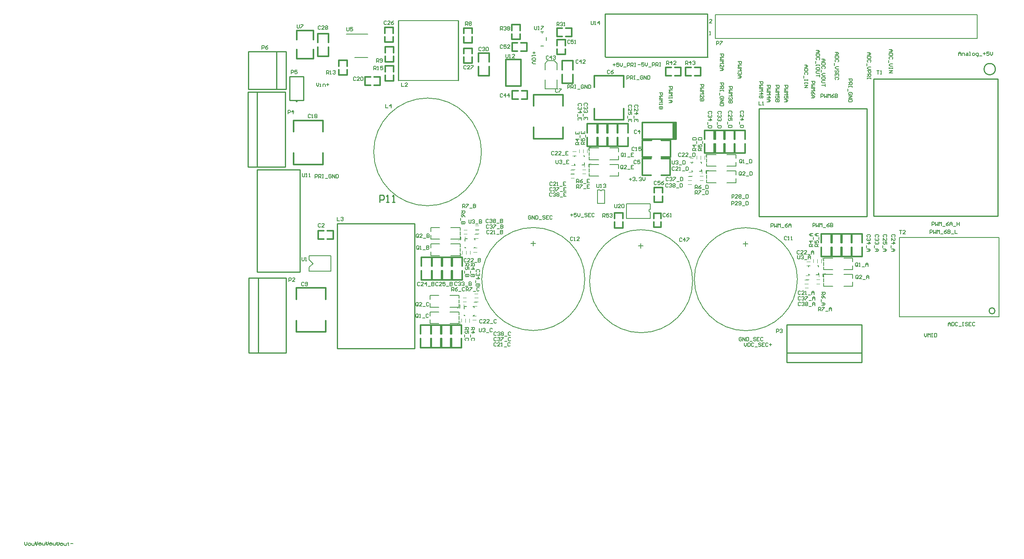
<source format=gto>
G04 Layer_Color=65535*
%FSLAX25Y25*%
%MOIN*%
G70*
G01*
G75*
%ADD38C,0.00600*%
%ADD41C,0.01000*%
%ADD42C,0.01200*%
%ADD80C,0.00787*%
%ADD81C,0.00450*%
%ADD82C,0.00500*%
%ADD83C,0.00591*%
D38*
X238108Y268805D02*
G03*
X239092Y268805I492J1095D01*
G01*
X237409Y269900D02*
X239791D01*
X242050Y262570D02*
Y265230D01*
X237409Y257900D02*
X239791D01*
D41*
X618933Y35254D02*
G03*
X618933Y35254I-2509J0D01*
G01*
X619276Y238500D02*
G03*
X619276Y238500I-4776J0D01*
G01*
X420624Y114624D02*
X511176D01*
X420624Y205176D02*
X511176D01*
X420624Y114624D02*
Y205176D01*
X511176Y114624D02*
Y205176D01*
X-8748Y219396D02*
X22748D01*
X-8748Y156404D02*
Y219396D01*
Y156404D02*
X22748D01*
X-874D02*
Y219396D01*
X22748Y156404D02*
Y219396D01*
X516835Y114923D02*
Y230277D01*
X621165Y114923D02*
Y230277D01*
X516835D02*
X621165D01*
X516835Y114923D02*
X621165D01*
X-8348Y221669D02*
Y253322D01*
X15274Y221669D02*
Y253322D01*
X-8348D02*
X23148D01*
Y221669D02*
Y253322D01*
X-8348Y221669D02*
X23148D01*
X444004Y-8048D02*
Y23448D01*
Y-8048D02*
X506996D01*
Y23448D01*
X444004Y-174D02*
X506996D01*
X444004Y23448D02*
X506996D01*
X-8048Y62996D02*
X23448D01*
X-8048Y4D02*
Y62996D01*
Y4D02*
X23448D01*
X-174D02*
Y62996D01*
X23448Y4D02*
Y62996D01*
X117651Y228803D02*
Y279197D01*
X168045Y228803D02*
Y279197D01*
X291388Y248802D02*
Y285022D01*
X377412D01*
X291487Y248703D02*
X377510D01*
X377412Y248801D02*
Y285022D01*
X26200Y212200D02*
X32200D01*
X38105D01*
X26200D02*
Y232200D01*
X38105D01*
Y212200D02*
Y232200D01*
X34900Y67800D02*
Y153800D01*
X-1200Y67800D02*
Y153800D01*
Y67800D02*
X34900D01*
X-1200Y153800D02*
X34900D01*
X66198Y3700D02*
X131159D01*
Y108700D01*
X66198D02*
X131002D01*
X66198Y3700D02*
Y108700D01*
X101800Y126700D02*
Y132698D01*
X104799D01*
X105799Y131698D01*
Y129699D01*
X104799Y128699D01*
X101800D01*
X107798Y126700D02*
X109797D01*
X108798D01*
Y132698D01*
X107798Y131698D01*
X112796Y126700D02*
X114796D01*
X113796D01*
Y132698D01*
X112796Y131698D01*
D42*
X332700Y126600D02*
X339700D01*
X332700Y139100D02*
X339700D01*
Y126600D02*
Y131600D01*
X332700Y126600D02*
Y131600D01*
Y134600D02*
Y139100D01*
X339700Y134600D02*
Y139100D01*
X359100Y239900D02*
X363600D01*
X359100Y232900D02*
X363600D01*
X366600D02*
X371600D01*
X366600Y239900D02*
X371600D01*
X359100Y232900D02*
Y239900D01*
X371600Y232900D02*
Y239900D01*
X342400Y239800D02*
X346900D01*
X342400Y232800D02*
X346900D01*
X349900D02*
X354900D01*
X349900Y239800D02*
X354900D01*
X342400Y232800D02*
Y239800D01*
X354900Y232800D02*
Y239800D01*
X400100Y168000D02*
X409100D01*
X400100Y187000D02*
X409100D01*
Y168000D02*
Y175500D01*
X400100Y168000D02*
Y175500D01*
Y179500D02*
Y187000D01*
X409100Y179500D02*
Y187000D01*
X391400Y168000D02*
X400400D01*
X391400Y187000D02*
X400400D01*
Y168000D02*
Y175500D01*
X391400Y168000D02*
Y175500D01*
Y179500D02*
Y187000D01*
X400400Y179500D02*
Y187000D01*
X383100Y168000D02*
X392100D01*
X383100Y187000D02*
X392100D01*
Y168000D02*
Y175500D01*
X383100Y168000D02*
Y175500D01*
Y179500D02*
Y187000D01*
X392100Y179500D02*
Y187000D01*
X375000Y168000D02*
X384000D01*
X375000Y187000D02*
X384000D01*
Y168000D02*
Y175500D01*
X375000Y168000D02*
Y175500D01*
Y179500D02*
Y187000D01*
X384000Y179500D02*
Y187000D01*
X498200Y81000D02*
X507200D01*
X498200Y100000D02*
X507200D01*
Y81000D02*
Y88500D01*
X498200Y81000D02*
Y88500D01*
Y92500D02*
Y100000D01*
X507200Y92500D02*
Y100000D01*
X137092Y80425D02*
X146092D01*
X137092Y61425D02*
X146092D01*
X137092Y72925D02*
Y80425D01*
X146092Y72925D02*
Y80425D01*
Y61425D02*
Y68925D01*
X137092Y61425D02*
Y68925D01*
X136392Y23300D02*
X145392D01*
X136392Y4300D02*
X145392D01*
X136392Y15800D02*
Y23300D01*
X145392Y15800D02*
Y23300D01*
Y4300D02*
Y11800D01*
X136392Y4300D02*
Y11800D01*
X301500Y173450D02*
X310500D01*
X301500Y192450D02*
X310500D01*
Y173450D02*
Y180950D01*
X301500Y173450D02*
Y180950D01*
Y184950D02*
Y192450D01*
X310500Y184950D02*
Y192450D01*
X489500Y81000D02*
X498500D01*
X489500Y100000D02*
X498500D01*
Y81000D02*
Y88500D01*
X489500Y81000D02*
Y88500D01*
Y92500D02*
Y100000D01*
X498500Y92500D02*
Y100000D01*
X145792Y80425D02*
X154792D01*
X145792Y61425D02*
X154792D01*
X145792Y72925D02*
Y80425D01*
X154792Y72925D02*
Y80425D01*
Y61425D02*
Y68925D01*
X145792Y61425D02*
Y68925D01*
X145092Y23300D02*
X154092D01*
X145092Y4300D02*
X154092D01*
X145092Y15800D02*
Y23300D01*
X154092Y15800D02*
Y23300D01*
Y4300D02*
Y11800D01*
X145092Y4300D02*
Y11800D01*
X292800Y173450D02*
X301800D01*
X292800Y192450D02*
X301800D01*
Y173450D02*
Y180950D01*
X292800Y173450D02*
Y180950D01*
Y184950D02*
Y192450D01*
X301800Y184950D02*
Y192450D01*
X481200Y81000D02*
X490200D01*
X481200Y100000D02*
X490200D01*
Y81000D02*
Y88500D01*
X481200Y81000D02*
Y88500D01*
Y92500D02*
Y100000D01*
X490200Y92500D02*
Y100000D01*
X154092Y80425D02*
X163092D01*
X154092Y61425D02*
X163092D01*
X154092Y72925D02*
Y80425D01*
X163092Y72925D02*
Y80425D01*
Y61425D02*
Y68925D01*
X154092Y61425D02*
Y68925D01*
X153392Y23300D02*
X162392D01*
X153392Y4300D02*
X162392D01*
X153392Y15800D02*
Y23300D01*
X162392Y15800D02*
Y23300D01*
Y4300D02*
Y11800D01*
X153392Y4300D02*
Y11800D01*
X284500Y173450D02*
X293500D01*
X284500Y192450D02*
X293500D01*
Y173450D02*
Y180950D01*
X284500Y173450D02*
Y180950D01*
Y184950D02*
Y192450D01*
X293500Y184950D02*
Y192450D01*
X473100Y81000D02*
X482100D01*
X473100Y100000D02*
X482100D01*
Y81000D02*
Y88500D01*
X473100Y81000D02*
Y88500D01*
Y92500D02*
Y100000D01*
X482100Y92500D02*
Y100000D01*
X162192Y80425D02*
X171192D01*
X162192Y61425D02*
X171192D01*
X162192Y72925D02*
Y80425D01*
X171192Y72925D02*
Y80425D01*
Y61425D02*
Y68925D01*
X162192Y61425D02*
Y68925D01*
X161492Y23300D02*
X170492D01*
X161492Y4300D02*
X170492D01*
X161492Y15800D02*
Y23300D01*
X170492Y15800D02*
Y23300D01*
Y4300D02*
Y11800D01*
X161492Y4300D02*
Y11800D01*
X276400Y173450D02*
X285400D01*
X276400Y192450D02*
X285400D01*
Y173450D02*
Y180950D01*
X276400Y173450D02*
Y180950D01*
Y184950D02*
Y192450D01*
X285400Y184950D02*
Y192450D01*
X50000Y268300D02*
X59000D01*
X50000Y249300D02*
X59000D01*
X50000Y260800D02*
Y268300D01*
X59000Y260800D02*
Y268300D01*
Y249300D02*
Y256800D01*
X50000Y249300D02*
Y256800D01*
X67548Y246100D02*
X74548D01*
X67548Y233600D02*
X74548D01*
X67548Y241100D02*
Y246100D01*
X74548Y241100D02*
Y246100D01*
Y233600D02*
Y238100D01*
X67548Y233600D02*
Y238100D01*
X32200Y247400D02*
Y254900D01*
X46200Y247400D02*
Y254900D01*
Y263400D02*
Y270900D01*
X32200Y263400D02*
Y270900D01*
Y247400D02*
X46200D01*
X32200Y270900D02*
X46200D01*
X322500Y163300D02*
X330000D01*
X322500Y149300D02*
X330000D01*
X338500D02*
X346000D01*
X338500Y163300D02*
X346000D01*
X322500Y149300D02*
Y163300D01*
X346000Y149300D02*
Y163300D01*
X346200Y164500D02*
Y178500D01*
X322700Y164500D02*
Y178500D01*
X338700D02*
X346200D01*
X338700Y164500D02*
X346200D01*
X322700D02*
X330200D01*
X322700Y178500D02*
X330200D01*
X220601Y224180D02*
Y246620D01*
X208002D02*
X220601D01*
X207805Y224180D02*
Y246620D01*
Y224180D02*
X220601D01*
X213000Y276000D02*
X220000D01*
X213000Y263500D02*
X220000D01*
X213000Y271000D02*
Y276000D01*
X220000Y271000D02*
Y276000D01*
Y263500D02*
Y268000D01*
X213000Y263500D02*
Y268000D01*
X263400Y266000D02*
Y273000D01*
X250900Y266000D02*
Y273000D01*
X258400D02*
X263400D01*
X258400Y266000D02*
X263400D01*
X250900D02*
X255400D01*
X250900Y273000D02*
X255400D01*
X106648Y241200D02*
X113648D01*
X106648Y228700D02*
X113648D01*
X106648Y236200D02*
Y241200D01*
X113648Y236200D02*
Y241200D01*
Y228700D02*
Y233200D01*
X106648Y228700D02*
Y233200D01*
Y257200D02*
X113648D01*
X106648Y244700D02*
X113648D01*
X106648Y252200D02*
Y257200D01*
X113648Y252200D02*
Y257200D01*
Y244700D02*
Y249200D01*
X106648Y244700D02*
Y249200D01*
X172548Y260600D02*
X179548D01*
X172548Y273100D02*
X179548D01*
Y260600D02*
Y265600D01*
X172548Y260600D02*
Y265600D01*
Y268600D02*
Y273100D01*
X179548Y268600D02*
Y273100D01*
X225700Y253600D02*
Y260600D01*
X213200Y253600D02*
Y260600D01*
X220700D02*
X225700D01*
X220700Y253600D02*
X225700D01*
X213200D02*
X217700D01*
X213200Y260600D02*
X217700D01*
X251000Y263400D02*
X258000D01*
X251000Y250900D02*
X258000D01*
X251000Y258400D02*
Y263400D01*
X258000Y258400D02*
Y263400D01*
Y250900D02*
Y255400D01*
X251000Y250900D02*
Y255400D01*
X213300Y213400D02*
Y220400D01*
X225800Y213400D02*
Y220400D01*
X213300Y213400D02*
X218300D01*
X213300Y220400D02*
X218300D01*
X221300D02*
X225800D01*
X221300Y213400D02*
X225800D01*
X255200Y245600D02*
X264200D01*
X255200Y226600D02*
X264200D01*
X255200Y238100D02*
Y245600D01*
X264200Y238100D02*
Y245600D01*
Y226600D02*
Y234100D01*
X255200Y226600D02*
Y234100D01*
X184900Y252000D02*
X193900D01*
X184900Y233000D02*
X193900D01*
X184900Y244500D02*
Y252000D01*
X193900Y244500D02*
Y252000D01*
Y233000D02*
Y240500D01*
X184900Y233000D02*
Y240500D01*
X172648Y243500D02*
X179648D01*
X172648Y256000D02*
X179648D01*
Y243500D02*
Y248500D01*
X172648Y243500D02*
Y248500D01*
Y251500D02*
Y256000D01*
X179648Y251500D02*
Y256000D01*
X106348Y273700D02*
X113348D01*
X106348Y261200D02*
X113348D01*
X106348Y268700D02*
Y273700D01*
X113348Y268700D02*
Y273700D01*
Y261200D02*
Y265700D01*
X106348Y261200D02*
Y265700D01*
X29700Y195300D02*
X54200D01*
X29700Y158300D02*
X54200D01*
X29700Y185800D02*
Y195300D01*
X54200Y185800D02*
Y195300D01*
Y158300D02*
Y167800D01*
X29700Y158300D02*
Y167800D01*
X32000Y54500D02*
X56500D01*
X32000Y17500D02*
X56500D01*
X32000Y45000D02*
Y54500D01*
X56500Y45000D02*
Y54500D01*
Y17500D02*
Y27000D01*
X32000Y17500D02*
Y27000D01*
X282400Y195900D02*
X306900D01*
X282400Y232900D02*
X306900D01*
Y195900D02*
Y205400D01*
X282400Y195900D02*
Y205400D01*
Y223400D02*
Y232900D01*
X306900Y223400D02*
Y232900D01*
X332300Y105700D02*
X338300D01*
X332300Y117400D02*
X338300D01*
Y105700D02*
Y109900D01*
X332300Y105700D02*
Y109900D01*
Y112900D02*
Y117400D01*
X338300Y112900D02*
Y117400D01*
X299400Y105000D02*
X306400D01*
X299400Y117500D02*
X306400D01*
Y105000D02*
Y110000D01*
X299400Y105000D02*
Y110000D01*
Y113000D02*
Y117500D01*
X306400Y113000D02*
Y117500D01*
X50300Y102700D02*
X54800D01*
X50300Y95700D02*
X54800D01*
X57800D02*
X62800D01*
X57800Y102700D02*
X62800D01*
X50300Y95700D02*
Y102700D01*
X62800Y95700D02*
Y102700D01*
X231400Y180100D02*
X255900D01*
X231400Y217100D02*
X255900D01*
Y180100D02*
Y189600D01*
X231400Y180100D02*
Y189600D01*
Y207600D02*
Y217100D01*
X255900Y207600D02*
Y217100D01*
X89700Y231900D02*
X94200D01*
X89700Y224900D02*
X94200D01*
X97200D02*
X102200D01*
X97200Y231900D02*
X102200D01*
X89700Y224900D02*
Y231900D01*
X102200Y224900D02*
Y231900D01*
X351062Y179600D02*
Y193600D01*
X349881Y179600D02*
Y193600D01*
X322700D02*
X342200D01*
X348700Y179600D02*
Y193600D01*
X322700Y179600D02*
Y193600D01*
X342200D02*
X351054D01*
X342200Y179600D02*
X351054D01*
X322700D02*
X342200D01*
D80*
X187476Y168900D02*
G03*
X187476Y168900I-45276J0D01*
G01*
X329300Y120681D02*
G03*
X329300Y118319I0J-1181D01*
G01*
X287101Y136949D02*
G03*
X288676Y136949I787J0D01*
G01*
X452907Y61885D02*
G03*
X452907Y61885I-43307J0D01*
G01*
X274307Y62015D02*
G03*
X274307Y62015I-43307J0D01*
G01*
X364907Y60185D02*
G03*
X364907Y60185I-43307J0D01*
G01*
X538471Y97065D02*
X622329D01*
X538471Y30294D02*
Y97065D01*
Y30294D02*
X598053D01*
X622329D02*
Y97065D01*
X598053Y30294D02*
X622329D01*
X372434Y152461D02*
Y154332D01*
X370564Y152461D02*
X372434D01*
X364166D02*
X365052D01*
X364166D02*
Y153347D01*
Y159351D02*
Y160139D01*
X364855D01*
X372434Y159351D02*
Y160139D01*
X371745D02*
X372434D01*
X470534Y65461D02*
Y67331D01*
X468664Y65461D02*
X470534D01*
X462266D02*
X463152D01*
X462266D02*
Y66347D01*
Y72351D02*
Y73139D01*
X462955D01*
X470534Y72351D02*
Y73139D01*
X469845D02*
X470534D01*
X173758Y94093D02*
Y95963D01*
X175628D01*
X181140D02*
X182026D01*
Y95078D02*
Y95963D01*
Y88286D02*
Y89074D01*
X181337Y88286D02*
X182026D01*
X173758D02*
Y89074D01*
Y88286D02*
X174447D01*
X173058Y36968D02*
Y38839D01*
X174928D01*
X180440D02*
X181326D01*
Y37953D02*
Y38839D01*
Y31161D02*
Y31949D01*
X180637Y31161D02*
X181326D01*
X173058D02*
Y31949D01*
Y31161D02*
X173747D01*
X273834Y157911D02*
Y159782D01*
X271964Y157911D02*
X273834D01*
X265566D02*
X266452D01*
X265566D02*
Y158797D01*
Y164801D02*
Y165589D01*
X266255D01*
X273834Y164801D02*
Y165589D01*
X273145D02*
X273834D01*
X384100Y264400D02*
X604100D01*
X384100Y284400D02*
X604100D01*
X384100Y264400D02*
Y284400D01*
X604100Y264400D02*
Y284400D01*
X309300Y125307D02*
X329300D01*
X309300Y112807D02*
Y125307D01*
Y112807D02*
X329300D01*
Y118319D01*
Y120681D02*
Y125307D01*
X288676Y136949D02*
X290841D01*
X284935D02*
X286904D01*
X290841Y125728D02*
Y136949D01*
X284935Y125728D02*
Y136949D01*
Y125728D02*
X290841D01*
X81102Y248198D02*
X92125D01*
X73917Y267883D02*
X92125D01*
X117651Y279197D02*
X168045D01*
X117651Y228803D02*
X168045D01*
X240800Y222000D02*
X250800D01*
X242926Y245500D02*
X248674D01*
X250800Y222000D02*
Y229500D01*
X240800Y222000D02*
Y229500D01*
Y238000D02*
Y243374D01*
X250800Y238000D02*
Y243374D01*
X248674Y245500D02*
X250800Y243374D01*
X240800D02*
X242926Y245500D01*
X407403Y91708D02*
X411403D01*
X409403Y89708D02*
Y93708D01*
X228803Y91838D02*
X232803D01*
X230803Y89838D02*
Y93838D01*
X42745Y68604D02*
Y71852D01*
X45993Y75100D01*
X42745Y78348D02*
Y81596D01*
Y78348D02*
X45993Y75100D01*
X42745Y68604D02*
X60855Y68604D01*
X42745Y81596D02*
X60855Y81596D01*
Y68604D02*
Y81596D01*
X321403Y88008D02*
Y92008D01*
X319403Y90008D02*
X323403D01*
D81*
X361700Y152100D02*
X364500D01*
X361700Y148700D02*
X364500D01*
X362600Y160300D02*
X365400D01*
X362600Y163700D02*
X365400D01*
X361000Y144900D02*
X363800D01*
X361000Y148300D02*
X363800D01*
X361100Y141600D02*
X363900D01*
X361100Y145000D02*
X363900D01*
X371600Y162800D02*
Y165600D01*
X368200Y162800D02*
Y165600D01*
X371600Y162700D02*
Y165500D01*
X375000Y162700D02*
Y165500D01*
X376100Y150800D02*
Y153600D01*
X372700Y150800D02*
Y153600D01*
X370800Y148500D02*
X373600D01*
X370800Y145100D02*
X373600D01*
X459800Y65100D02*
X462600D01*
X459800Y61700D02*
X462600D01*
X181692Y96325D02*
X184492D01*
X181692Y99725D02*
X184492D01*
X180992Y39200D02*
X183792D01*
X180992Y42600D02*
X183792D01*
X263100Y157550D02*
X265900D01*
X263100Y154150D02*
X265900D01*
X460700Y73300D02*
X463500D01*
X460700Y76700D02*
X463500D01*
X180792Y88125D02*
X183592D01*
X180792Y84725D02*
X183592D01*
X180092Y31000D02*
X182892D01*
X180092Y27600D02*
X182892D01*
X264000Y165750D02*
X266800D01*
X264000Y169150D02*
X266800D01*
X459100Y61300D02*
X461900D01*
X459100Y57900D02*
X461900D01*
X182392Y103525D02*
X185192D01*
X182392Y100125D02*
X185192D01*
X181692Y43000D02*
X184492D01*
X181692Y46400D02*
X184492D01*
X262400Y153750D02*
X265200D01*
X262400Y150350D02*
X265200D01*
X459200Y58000D02*
X462000D01*
X459200Y54600D02*
X462000D01*
X182292Y106825D02*
X185092D01*
X182292Y103425D02*
X185092D01*
X181592Y46300D02*
X184392D01*
X181592Y49700D02*
X184392D01*
X262500Y150450D02*
X265300D01*
X262500Y147050D02*
X265300D01*
X469700Y75800D02*
Y78600D01*
X466300Y75800D02*
Y78600D01*
X174592Y82825D02*
Y85625D01*
X177992Y82825D02*
Y85625D01*
X173892Y25700D02*
Y28500D01*
X177292Y25700D02*
Y28500D01*
X273000Y168250D02*
Y171050D01*
X269600Y168250D02*
Y171050D01*
X473100Y75700D02*
Y78500D01*
X469700Y75700D02*
Y78500D01*
X174592Y82925D02*
Y85725D01*
X171192Y82925D02*
Y85725D01*
X170492Y25800D02*
Y28600D01*
X173892Y25800D02*
Y28600D01*
X276400Y168150D02*
Y170950D01*
X273000Y168150D02*
Y170950D01*
X470800Y63800D02*
Y66600D01*
X474200Y63800D02*
Y66600D01*
X170092Y94825D02*
Y97625D01*
X173492Y94825D02*
Y97625D01*
X172792Y37700D02*
Y40500D01*
X169392Y37700D02*
Y40500D01*
X274100Y156250D02*
Y159050D01*
X277500Y156250D02*
Y159050D01*
X468900Y58100D02*
X471700D01*
X468900Y61500D02*
X471700D01*
X172592Y99925D02*
X175392D01*
X172592Y103325D02*
X175392D01*
X171892Y46200D02*
X174692D01*
X171892Y42800D02*
X174692D01*
X272200Y150550D02*
X275000D01*
X272200Y153950D02*
X275000D01*
D82*
X376209Y167074D02*
X376248D01*
X375913Y166287D02*
X375953D01*
X376976Y167468D02*
X377016D01*
X378000Y167527D02*
X378039D01*
X375913Y165361D02*
X375953D01*
X376720Y166739D02*
X384594D01*
X376720Y164279D02*
Y166739D01*
Y156897D02*
Y159358D01*
Y156897D02*
X384594D01*
X401327D02*
Y160300D01*
Y163450D02*
Y166739D01*
X393748D02*
X401327D01*
X393748Y156897D02*
X401327D01*
X376720Y160399D02*
Y163294D01*
X376209Y153238D02*
X376248D01*
X375913Y152450D02*
X375953D01*
X376976Y153631D02*
X377016D01*
X378000Y153691D02*
X378039D01*
X375913Y151525D02*
X375953D01*
X376720Y152903D02*
X384594D01*
X376720Y150443D02*
Y152903D01*
Y143061D02*
Y145521D01*
Y143061D02*
X384594D01*
X401327D02*
Y146464D01*
Y149614D02*
Y152903D01*
X393748D02*
X401327D01*
X393748Y143061D02*
X401327D01*
X376720Y146563D02*
Y149458D01*
X474309Y80074D02*
X474348D01*
X474013Y79287D02*
X474053D01*
X475076Y80468D02*
X475116D01*
X476100Y80527D02*
X476139D01*
X474013Y78361D02*
X474053D01*
X474821Y79739D02*
X482694D01*
X474821Y77279D02*
Y79739D01*
Y69897D02*
Y72357D01*
Y69897D02*
X482694D01*
X499427D02*
Y73300D01*
Y76450D02*
Y79739D01*
X491848D02*
X499427D01*
X491848Y69897D02*
X499427D01*
X474821Y73399D02*
Y76294D01*
X169944Y81351D02*
X169984D01*
X170240Y82138D02*
X170279D01*
X169177Y80957D02*
X169216D01*
X168153Y80898D02*
X168192D01*
X170240Y83063D02*
X170279D01*
X161598Y81685D02*
X169472D01*
Y84146D01*
Y89067D02*
Y91528D01*
X161598D02*
X169472D01*
X144866Y88124D02*
Y91528D01*
Y81685D02*
Y84975D01*
Y81685D02*
X152444D01*
X144866Y91528D02*
X152444D01*
X169472Y85130D02*
Y88026D01*
X169244Y24226D02*
X169284D01*
X169540Y25013D02*
X169579D01*
X168477Y23832D02*
X168516D01*
X167453Y23773D02*
X167492D01*
X169540Y25938D02*
X169579D01*
X160898Y24561D02*
X168772D01*
Y27021D01*
Y31942D02*
Y34403D01*
X160898D02*
X168772D01*
X144166Y31000D02*
Y34403D01*
Y24561D02*
Y27850D01*
Y24561D02*
X151744D01*
X144166Y34403D02*
X151744D01*
X168772Y28005D02*
Y30901D01*
X277609Y172524D02*
X277648D01*
X277313Y171737D02*
X277353D01*
X278376Y172918D02*
X278416D01*
X279400Y172977D02*
X279439D01*
X277313Y170811D02*
X277353D01*
X278120Y172189D02*
X285995D01*
X278120Y169729D02*
Y172189D01*
Y162347D02*
Y164807D01*
Y162347D02*
X285995D01*
X302727D02*
Y165750D01*
Y168900D02*
Y172189D01*
X295148D02*
X302727D01*
X295148Y162347D02*
X302727D01*
X278120Y165849D02*
Y168745D01*
X474309Y66238D02*
X474348D01*
X474013Y65450D02*
X474053D01*
X475076Y66632D02*
X475116D01*
X476100Y66691D02*
X476139D01*
X474013Y64525D02*
X474053D01*
X474821Y65903D02*
X482694D01*
X474821Y63442D02*
Y65903D01*
Y56061D02*
Y58521D01*
Y56061D02*
X482694D01*
X499427D02*
Y59464D01*
Y62614D02*
Y65903D01*
X491848D02*
X499427D01*
X491848Y56061D02*
X499427D01*
X474821Y59563D02*
Y62458D01*
X169944Y95187D02*
X169984D01*
X170240Y95974D02*
X170279D01*
X169177Y94793D02*
X169216D01*
X168153Y94734D02*
X168192D01*
X170240Y96900D02*
X170279D01*
X161598Y95522D02*
X169472D01*
Y97982D01*
Y102903D02*
Y105364D01*
X161598D02*
X169472D01*
X144866Y101961D02*
Y105364D01*
Y95522D02*
Y98811D01*
Y95522D02*
X152444D01*
X144866Y105364D02*
X152444D01*
X169472Y98966D02*
Y101862D01*
X169244Y38062D02*
X169284D01*
X169540Y38850D02*
X169579D01*
X168477Y37668D02*
X168516D01*
X167453Y37609D02*
X167492D01*
X169540Y39775D02*
X169579D01*
X160898Y38397D02*
X168772D01*
Y40857D01*
Y45779D02*
Y48239D01*
X160898D02*
X168772D01*
X144166Y44836D02*
Y48239D01*
Y38397D02*
Y41686D01*
Y38397D02*
X151744D01*
X144166Y48239D02*
X151744D01*
X168772Y41842D02*
Y44737D01*
X277609Y158688D02*
X277648D01*
X277313Y157900D02*
X277353D01*
X278376Y159081D02*
X278416D01*
X279400Y159141D02*
X279439D01*
X277313Y156975D02*
X277353D01*
X278120Y158353D02*
X285995D01*
X278120Y155893D02*
Y158353D01*
Y148511D02*
Y150971D01*
Y148511D02*
X285995D01*
X302727D02*
Y151914D01*
Y155064D02*
Y158353D01*
X295148D02*
X302727D01*
X295148Y148511D02*
X302727D01*
X278120Y152013D02*
Y154908D01*
X538600Y102999D02*
X540599D01*
X539600D01*
Y100000D01*
X543598D02*
X541599D01*
X543598Y101999D01*
Y102499D01*
X543098Y102999D01*
X542099D01*
X541599Y102499D01*
X251699Y221599D02*
X251200Y222099D01*
X250200D01*
X249700Y221599D01*
Y219600D01*
X250200Y219100D01*
X251200D01*
X251699Y219600D01*
X252699Y222099D02*
X254698D01*
Y221599D01*
X252699Y219600D01*
Y219100D01*
X107100Y208999D02*
Y206000D01*
X109099D01*
X111599D02*
Y208999D01*
X110099Y207500D01*
X112098D01*
X349699Y155799D02*
X349200Y156299D01*
X348200D01*
X347700Y155799D01*
Y153800D01*
X348200Y153300D01*
X349200D01*
X349699Y153800D01*
X352698Y153300D02*
X350699D01*
X352698Y155299D01*
Y155799D01*
X352199Y156299D01*
X351199D01*
X350699Y155799D01*
X353698Y153300D02*
X354698D01*
X354198D01*
Y156299D01*
X353698Y155799D01*
X356197Y152800D02*
X358197D01*
X359196Y156299D02*
Y153300D01*
X360696D01*
X361196Y153800D01*
Y155799D01*
X360696Y156299D01*
X359196D01*
X354999Y167499D02*
X354500Y167999D01*
X353500D01*
X353000Y167499D01*
Y165500D01*
X353500Y165000D01*
X354500D01*
X354999Y165500D01*
X357998Y165000D02*
X355999D01*
X357998Y166999D01*
Y167499D01*
X357499Y167999D01*
X356499D01*
X355999Y167499D01*
X360997Y165000D02*
X358998D01*
X360997Y166999D01*
Y167499D01*
X360498Y167999D01*
X359498D01*
X358998Y167499D01*
X361997Y164500D02*
X363996D01*
X364996Y167999D02*
Y165000D01*
X366496D01*
X366996Y165500D01*
Y167499D01*
X366496Y167999D01*
X364996D01*
X407299Y201301D02*
X407799Y201800D01*
Y202800D01*
X407299Y203300D01*
X405300D01*
X404800Y202800D01*
Y201800D01*
X405300Y201301D01*
X404800Y198302D02*
Y200301D01*
X406799Y198302D01*
X407299D01*
X407799Y198801D01*
Y199801D01*
X407299Y200301D01*
X404800Y195802D02*
X407799D01*
X406299Y197302D01*
Y195303D01*
X404300Y194303D02*
Y192304D01*
X407799Y191304D02*
X404800D01*
Y189804D01*
X405300Y189304D01*
X407299D01*
X407799Y189804D01*
Y191304D01*
X397399Y201201D02*
X397899Y201700D01*
Y202700D01*
X397399Y203200D01*
X395400D01*
X394900Y202700D01*
Y201700D01*
X395400Y201201D01*
X394900Y198202D02*
Y200201D01*
X396899Y198202D01*
X397399D01*
X397899Y198701D01*
Y199701D01*
X397399Y200201D01*
X397899Y195203D02*
Y197202D01*
X396399D01*
X396899Y196202D01*
Y195702D01*
X396399Y195203D01*
X395400D01*
X394900Y195702D01*
Y196702D01*
X395400Y197202D01*
X394400Y194203D02*
Y192204D01*
X397899Y191204D02*
X394900D01*
Y189704D01*
X395400Y189205D01*
X397399D01*
X397899Y189704D01*
Y191204D01*
X388599Y201101D02*
X389099Y201601D01*
Y202600D01*
X388599Y203100D01*
X386600D01*
X386100Y202600D01*
Y201601D01*
X386600Y201101D01*
X388599Y200101D02*
X389099Y199601D01*
Y198601D01*
X388599Y198102D01*
X388099D01*
X387599Y198601D01*
Y199101D01*
Y198601D01*
X387100Y198102D01*
X386600D01*
X386100Y198601D01*
Y199601D01*
X386600Y200101D01*
X388599Y197102D02*
X389099Y196602D01*
Y195602D01*
X388599Y195103D01*
X388099D01*
X387599Y195602D01*
Y196102D01*
Y195602D01*
X387100Y195103D01*
X386600D01*
X386100Y195602D01*
Y196602D01*
X386600Y197102D01*
X385600Y194103D02*
Y192104D01*
X389099Y191104D02*
X386100D01*
Y189604D01*
X386600Y189104D01*
X388599D01*
X389099Y189604D01*
Y191104D01*
X380499Y201101D02*
X380999Y201601D01*
Y202600D01*
X380499Y203100D01*
X378500D01*
X378000Y202600D01*
Y201601D01*
X378500Y201101D01*
X380499Y200101D02*
X380999Y199601D01*
Y198601D01*
X380499Y198102D01*
X379999D01*
X379500Y198601D01*
Y199101D01*
Y198601D01*
X379000Y198102D01*
X378500D01*
X378000Y198601D01*
Y199601D01*
X378500Y200101D01*
X378000Y195602D02*
X380999D01*
X379500Y197102D01*
Y195103D01*
X377500Y194103D02*
Y192104D01*
X380999Y191104D02*
X378000D01*
Y189604D01*
X378500Y189104D01*
X380499D01*
X380999Y189604D01*
Y191104D01*
X344499Y147099D02*
X344000Y147599D01*
X343000D01*
X342500Y147099D01*
Y145100D01*
X343000Y144600D01*
X344000D01*
X344499Y145100D01*
X345499Y147099D02*
X345999Y147599D01*
X346999D01*
X347498Y147099D01*
Y146599D01*
X346999Y146099D01*
X346499D01*
X346999D01*
X347498Y145600D01*
Y145100D01*
X346999Y144600D01*
X345999D01*
X345499Y145100D01*
X348498Y147599D02*
X350497D01*
Y147099D01*
X348498Y145100D01*
Y144600D01*
X351497Y144100D02*
X353496D01*
X354496Y147599D02*
Y144600D01*
X355996D01*
X356495Y145100D01*
Y147099D01*
X355996Y147599D01*
X354496D01*
X344299Y141699D02*
X343799Y142199D01*
X342800D01*
X342300Y141699D01*
Y139700D01*
X342800Y139200D01*
X343799D01*
X344299Y139700D01*
X345299Y141699D02*
X345799Y142199D01*
X346798D01*
X347298Y141699D01*
Y141199D01*
X346798Y140700D01*
X346299D01*
X346798D01*
X347298Y140200D01*
Y139700D01*
X346798Y139200D01*
X345799D01*
X345299Y139700D01*
X348298Y141699D02*
X348798Y142199D01*
X349798D01*
X350297Y141699D01*
Y141199D01*
X349798Y140700D01*
X350297Y140200D01*
Y139700D01*
X349798Y139200D01*
X348798D01*
X348298Y139700D01*
Y140200D01*
X348798Y140700D01*
X348298Y141199D01*
Y141699D01*
X348798Y140700D02*
X349798D01*
X351297Y138700D02*
X353296D01*
X354296Y142199D02*
Y139200D01*
X355796D01*
X356295Y139700D01*
Y141699D01*
X355796Y142199D01*
X354296D01*
X397800Y130100D02*
Y133099D01*
X399300D01*
X399799Y132599D01*
Y131599D01*
X399300Y131100D01*
X397800D01*
X402798Y130100D02*
X400799D01*
X402798Y132099D01*
Y132599D01*
X402298Y133099D01*
X401299D01*
X400799Y132599D01*
X403798D02*
X404298Y133099D01*
X405298D01*
X405797Y132599D01*
Y132099D01*
X405298Y131599D01*
X405797Y131100D01*
Y130600D01*
X405298Y130100D01*
X404298D01*
X403798Y130600D01*
Y131100D01*
X404298Y131599D01*
X403798Y132099D01*
Y132599D01*
X404298Y131599D02*
X405298D01*
X406797Y129600D02*
X408796D01*
X409796Y133099D02*
Y130100D01*
X411296D01*
X411796Y130600D01*
Y132599D01*
X411296Y133099D01*
X409796D01*
X397500Y124200D02*
Y127199D01*
X399000D01*
X399499Y126699D01*
Y125699D01*
X399000Y125200D01*
X397500D01*
X402498Y124200D02*
X400499D01*
X402498Y126199D01*
Y126699D01*
X401999Y127199D01*
X400999D01*
X400499Y126699D01*
X403498Y124700D02*
X403998Y124200D01*
X404998D01*
X405497Y124700D01*
Y126699D01*
X404998Y127199D01*
X403998D01*
X403498Y126699D01*
Y126199D01*
X403998Y125699D01*
X405497D01*
X406497Y123700D02*
X408496D01*
X409496Y127199D02*
Y124200D01*
X410996D01*
X411495Y124700D01*
Y126699D01*
X410996Y127199D01*
X409496D01*
X406299Y160100D02*
Y162099D01*
X405799Y162599D01*
X404800D01*
X404300Y162099D01*
Y160100D01*
X404800Y159600D01*
X405799D01*
X405300Y160600D02*
X406299Y159600D01*
X405799D02*
X406299Y160100D01*
X407299Y159600D02*
X408299D01*
X407799D01*
Y162599D01*
X407299Y162099D01*
X409798Y159100D02*
X411798D01*
X412797Y162599D02*
Y159600D01*
X414297D01*
X414797Y160100D01*
Y162099D01*
X414297Y162599D01*
X412797D01*
X405899Y149700D02*
Y151699D01*
X405400Y152199D01*
X404400D01*
X403900Y151699D01*
Y149700D01*
X404400Y149200D01*
X405400D01*
X404900Y150200D02*
X405899Y149200D01*
X405400D02*
X405899Y149700D01*
X408898Y149200D02*
X406899D01*
X408898Y151199D01*
Y151699D01*
X408398Y152199D01*
X407399D01*
X406899Y151699D01*
X409898Y148700D02*
X411897D01*
X412897Y152199D02*
Y149200D01*
X414397D01*
X414896Y149700D01*
Y151699D01*
X414397Y152199D01*
X412897D01*
X367900Y170100D02*
X364901D01*
Y171599D01*
X365401Y172099D01*
X366401D01*
X366900Y171599D01*
Y170100D01*
Y171100D02*
X367900Y172099D01*
Y174599D02*
X364901D01*
X366401Y173099D01*
Y175098D01*
X368400Y176098D02*
Y178097D01*
X364901Y179097D02*
X367900D01*
Y180597D01*
X367400Y181096D01*
X365401D01*
X364901Y180597D01*
Y179097D01*
X372700Y170000D02*
X369701D01*
Y171500D01*
X370201Y171999D01*
X371200D01*
X371700Y171500D01*
Y170000D01*
Y171000D02*
X372700Y171999D01*
X369701Y174998D02*
Y172999D01*
X371200D01*
X370701Y173999D01*
Y174499D01*
X371200Y174998D01*
X372200D01*
X372700Y174499D01*
Y173499D01*
X372200Y172999D01*
X373200Y175998D02*
Y177997D01*
X369701Y178997D02*
X372700D01*
Y180497D01*
X372200Y180996D01*
X370201D01*
X369701Y180497D01*
Y178997D01*
X367100Y137900D02*
Y140899D01*
X368600D01*
X369099Y140399D01*
Y139400D01*
X368600Y138900D01*
X367100D01*
X368100D02*
X369099Y137900D01*
X372098Y140899D02*
X371099Y140399D01*
X370099Y139400D01*
Y138400D01*
X370599Y137900D01*
X371599D01*
X372098Y138400D01*
Y138900D01*
X371599Y139400D01*
X370099D01*
X373098Y137400D02*
X375097D01*
X376097Y140899D02*
Y137900D01*
X377597D01*
X378096Y138400D01*
Y140399D01*
X377597Y140899D01*
X376097D01*
X367100Y133400D02*
Y136399D01*
X368600D01*
X369099Y135899D01*
Y134899D01*
X368600Y134400D01*
X367100D01*
X368100D02*
X369099Y133400D01*
X370099Y136399D02*
X372098D01*
Y135899D01*
X370099Y133900D01*
Y133400D01*
X373098Y132900D02*
X375097D01*
X376097Y136399D02*
Y133400D01*
X377597D01*
X378096Y133900D01*
Y135899D01*
X377597Y136399D01*
X376097D01*
X347700Y161599D02*
Y159100D01*
X348200Y158600D01*
X349200D01*
X349699Y159100D01*
Y161599D01*
X350699Y161099D02*
X351199Y161599D01*
X352199D01*
X352698Y161099D01*
Y160599D01*
X352199Y160099D01*
X351699D01*
X352199D01*
X352698Y159600D01*
Y159100D01*
X352199Y158600D01*
X351199D01*
X350699Y159100D01*
X353698Y158100D02*
X355697D01*
X356697Y161599D02*
Y158600D01*
X358197D01*
X358696Y159100D01*
Y161099D01*
X358197Y161599D01*
X356697D01*
X455599Y51499D02*
X455099Y51999D01*
X454100D01*
X453600Y51499D01*
Y49500D01*
X454100Y49000D01*
X455099D01*
X455599Y49500D01*
X458598Y49000D02*
X456599D01*
X458598Y50999D01*
Y51499D01*
X458099Y51999D01*
X457099D01*
X456599Y51499D01*
X459598Y49000D02*
X460598D01*
X460098D01*
Y51999D01*
X459598Y51499D01*
X462097Y48500D02*
X464097D01*
X465096Y49000D02*
Y50999D01*
X466096Y51999D01*
X467096Y50999D01*
Y49000D01*
Y50499D01*
X465096D01*
X193899Y102599D02*
X193400Y103099D01*
X192400D01*
X191900Y102599D01*
Y100600D01*
X192400Y100100D01*
X193400D01*
X193899Y100600D01*
X196898Y100100D02*
X194899D01*
X196898Y102099D01*
Y102599D01*
X196399Y103099D01*
X195399D01*
X194899Y102599D01*
X197898Y100100D02*
X198898D01*
X198398D01*
Y103099D01*
X197898Y102599D01*
X200397Y99600D02*
X202397D01*
X203396Y103099D02*
Y100100D01*
X204896D01*
X205396Y100600D01*
Y101100D01*
X204896Y101600D01*
X203396D01*
X204896D01*
X205396Y102099D01*
Y102599D01*
X204896Y103099D01*
X203396D01*
X200099Y8099D02*
X199600Y8599D01*
X198600D01*
X198100Y8099D01*
Y6100D01*
X198600Y5600D01*
X199600D01*
X200099Y6100D01*
X203098Y5600D02*
X201099D01*
X203098Y7599D01*
Y8099D01*
X202599Y8599D01*
X201599D01*
X201099Y8099D01*
X204098Y5600D02*
X205098D01*
X204598D01*
Y8599D01*
X204098Y8099D01*
X206597Y5100D02*
X208597D01*
X211596Y8099D02*
X211096Y8599D01*
X210096D01*
X209596Y8099D01*
Y6100D01*
X210096Y5600D01*
X211096D01*
X211596Y6100D01*
X246899Y143099D02*
X246399Y143599D01*
X245400D01*
X244900Y143099D01*
Y141100D01*
X245400Y140600D01*
X246399D01*
X246899Y141100D01*
X249898Y140600D02*
X247899D01*
X249898Y142599D01*
Y143099D01*
X249398Y143599D01*
X248399D01*
X247899Y143099D01*
X250898Y140600D02*
X251898D01*
X251398D01*
Y143599D01*
X250898Y143099D01*
X253397Y140100D02*
X255397D01*
X258396Y143599D02*
X256396D01*
Y140600D01*
X258396D01*
X256396Y142099D02*
X257396D01*
X454699Y85599D02*
X454200Y86099D01*
X453200D01*
X452700Y85599D01*
Y83600D01*
X453200Y83100D01*
X454200D01*
X454699Y83600D01*
X457698Y83100D02*
X455699D01*
X457698Y85099D01*
Y85599D01*
X457198Y86099D01*
X456199D01*
X455699Y85599D01*
X460697Y83100D02*
X458698D01*
X460697Y85099D01*
Y85599D01*
X460198Y86099D01*
X459198D01*
X458698Y85599D01*
X461697Y82600D02*
X463696D01*
X464696Y83100D02*
Y85099D01*
X465696Y86099D01*
X466695Y85099D01*
Y83100D01*
Y84600D01*
X464696D01*
X174799Y78799D02*
X174300Y79299D01*
X173300D01*
X172800Y78799D01*
Y76800D01*
X173300Y76300D01*
X174300D01*
X174799Y76800D01*
X177798Y76300D02*
X175799D01*
X177798Y78299D01*
Y78799D01*
X177299Y79299D01*
X176299D01*
X175799Y78799D01*
X180797Y76300D02*
X178798D01*
X180797Y78299D01*
Y78799D01*
X180298Y79299D01*
X179298D01*
X178798Y78799D01*
X181797Y75800D02*
X183796D01*
X184796Y79299D02*
Y76300D01*
X186296D01*
X186795Y76800D01*
Y77300D01*
X186296Y77799D01*
X184796D01*
X186296D01*
X186795Y78299D01*
Y78799D01*
X186296Y79299D01*
X184796D01*
X187999Y27599D02*
X187499Y28099D01*
X186500D01*
X186000Y27599D01*
Y25600D01*
X186500Y25100D01*
X187499D01*
X187999Y25600D01*
X190998Y25100D02*
X188999D01*
X190998Y27099D01*
Y27599D01*
X190499Y28099D01*
X189499D01*
X188999Y27599D01*
X193997Y25100D02*
X191998D01*
X193997Y27099D01*
Y27599D01*
X193498Y28099D01*
X192498D01*
X191998Y27599D01*
X194997Y24600D02*
X196996D01*
X199996Y27599D02*
X199496Y28099D01*
X198496D01*
X197996Y27599D01*
Y25600D01*
X198496Y25100D01*
X199496D01*
X199996Y25600D01*
X248399Y168799D02*
X247900Y169299D01*
X246900D01*
X246400Y168799D01*
Y166800D01*
X246900Y166300D01*
X247900D01*
X248399Y166800D01*
X251398Y166300D02*
X249399D01*
X251398Y168299D01*
Y168799D01*
X250899Y169299D01*
X249899D01*
X249399Y168799D01*
X254397Y166300D02*
X252398D01*
X254397Y168299D01*
Y168799D01*
X253898Y169299D01*
X252898D01*
X252398Y168799D01*
X255397Y165800D02*
X257396D01*
X260396Y169299D02*
X258396D01*
Y166300D01*
X260396D01*
X258396Y167799D02*
X259396D01*
X534499Y97401D02*
X534999Y97900D01*
Y98900D01*
X534499Y99400D01*
X532500D01*
X532000Y98900D01*
Y97900D01*
X532500Y97401D01*
X532000Y94402D02*
Y96401D01*
X533999Y94402D01*
X534499D01*
X534999Y94901D01*
Y95901D01*
X534499Y96401D01*
X532000Y91902D02*
X534999D01*
X533499Y93402D01*
Y91403D01*
X531500Y90403D02*
Y88404D01*
X532000Y87404D02*
X533999D01*
X534999Y86404D01*
X533999Y85404D01*
X532000D01*
X533499D01*
Y87404D01*
X135699Y58799D02*
X135199Y59299D01*
X134200D01*
X133700Y58799D01*
Y56800D01*
X134200Y56300D01*
X135199D01*
X135699Y56800D01*
X138698Y56300D02*
X136699D01*
X138698Y58299D01*
Y58799D01*
X138199Y59299D01*
X137199D01*
X136699Y58799D01*
X141198Y56300D02*
Y59299D01*
X139698Y57800D01*
X141697D01*
X142697Y55800D02*
X144696D01*
X145696Y59299D02*
Y56300D01*
X147196D01*
X147696Y56800D01*
Y57300D01*
X147196Y57800D01*
X145696D01*
X147196D01*
X147696Y58299D01*
Y58799D01*
X147196Y59299D01*
X145696D01*
X318499Y206401D02*
X318999Y206901D01*
Y207900D01*
X318499Y208400D01*
X316500D01*
X316000Y207900D01*
Y206901D01*
X316500Y206401D01*
X316000Y203402D02*
Y205401D01*
X317999Y203402D01*
X318499D01*
X318999Y203901D01*
Y204901D01*
X318499Y205401D01*
X316000Y200902D02*
X318999D01*
X317499Y202402D01*
Y200403D01*
X315500Y199403D02*
Y197404D01*
X318999Y194404D02*
Y196404D01*
X316000D01*
Y194404D01*
X317499Y196404D02*
Y195404D01*
X527599Y97401D02*
X528099Y97900D01*
Y98900D01*
X527599Y99400D01*
X525600D01*
X525100Y98900D01*
Y97900D01*
X525600Y97401D01*
X525100Y94402D02*
Y96401D01*
X527099Y94402D01*
X527599D01*
X528099Y94901D01*
Y95901D01*
X527599Y96401D01*
X528099Y91403D02*
Y93402D01*
X526600D01*
X527099Y92402D01*
Y91902D01*
X526600Y91403D01*
X525600D01*
X525100Y91902D01*
Y92902D01*
X525600Y93402D01*
X524600Y90403D02*
Y88404D01*
X525100Y87404D02*
X527099D01*
X528099Y86404D01*
X527099Y85404D01*
X525100D01*
X526600D01*
Y87404D01*
X151099Y58899D02*
X150600Y59399D01*
X149600D01*
X149100Y58899D01*
Y56900D01*
X149600Y56400D01*
X150600D01*
X151099Y56900D01*
X154098Y56400D02*
X152099D01*
X154098Y58399D01*
Y58899D01*
X153599Y59399D01*
X152599D01*
X152099Y58899D01*
X157097Y59399D02*
X155098D01*
Y57899D01*
X156098Y58399D01*
X156598D01*
X157097Y57899D01*
Y56900D01*
X156598Y56400D01*
X155598D01*
X155098Y56900D01*
X158097Y55900D02*
X160096D01*
X161096Y59399D02*
Y56400D01*
X162596D01*
X163095Y56900D01*
Y57400D01*
X162596Y57899D01*
X161096D01*
X162596D01*
X163095Y58399D01*
Y58899D01*
X162596Y59399D01*
X161096D01*
X313299Y206401D02*
X313799Y206901D01*
Y207900D01*
X313299Y208400D01*
X311300D01*
X310800Y207900D01*
Y206901D01*
X311300Y206401D01*
X310800Y203402D02*
Y205401D01*
X312799Y203402D01*
X313299D01*
X313799Y203901D01*
Y204901D01*
X313299Y205401D01*
X313799Y200403D02*
Y202402D01*
X312299D01*
X312799Y201402D01*
Y200902D01*
X312299Y200403D01*
X311300D01*
X310800Y200902D01*
Y201902D01*
X311300Y202402D01*
X310300Y199403D02*
Y197404D01*
X313799Y194404D02*
Y196404D01*
X310800D01*
Y194404D01*
X312299Y196404D02*
Y195404D01*
X520699Y97401D02*
X521199Y97900D01*
Y98900D01*
X520699Y99400D01*
X518700D01*
X518200Y98900D01*
Y97900D01*
X518700Y97401D01*
X520699Y96401D02*
X521199Y95901D01*
Y94901D01*
X520699Y94402D01*
X520199D01*
X519699Y94901D01*
Y95401D01*
Y94901D01*
X519200Y94402D01*
X518700D01*
X518200Y94901D01*
Y95901D01*
X518700Y96401D01*
X520699Y93402D02*
X521199Y92902D01*
Y91902D01*
X520699Y91403D01*
X520199D01*
X519699Y91902D01*
Y92402D01*
Y91902D01*
X519200Y91403D01*
X518700D01*
X518200Y91902D01*
Y92902D01*
X518700Y93402D01*
X517700Y90403D02*
Y88404D01*
X518200Y87404D02*
X520199D01*
X521199Y86404D01*
X520199Y85404D01*
X518200D01*
X519699D01*
Y87404D01*
X166999Y58999D02*
X166499Y59499D01*
X165500D01*
X165000Y58999D01*
Y57000D01*
X165500Y56500D01*
X166499D01*
X166999Y57000D01*
X167999Y58999D02*
X168499Y59499D01*
X169499D01*
X169998Y58999D01*
Y58499D01*
X169499Y57999D01*
X168999D01*
X169499D01*
X169998Y57500D01*
Y57000D01*
X169499Y56500D01*
X168499D01*
X167999Y57000D01*
X170998Y58999D02*
X171498Y59499D01*
X172498D01*
X172997Y58999D01*
Y58499D01*
X172498Y57999D01*
X171998D01*
X172498D01*
X172997Y57500D01*
Y57000D01*
X172498Y56500D01*
X171498D01*
X170998Y57000D01*
X173997Y56000D02*
X175996D01*
X176996Y59499D02*
Y56500D01*
X178496D01*
X178996Y57000D01*
Y57500D01*
X178496Y57999D01*
X176996D01*
X178496D01*
X178996Y58499D01*
Y58999D01*
X178496Y59499D01*
X176996D01*
X275999Y207801D02*
X276499Y208300D01*
Y209300D01*
X275999Y209800D01*
X274000D01*
X273500Y209300D01*
Y208300D01*
X274000Y207801D01*
X275999Y206801D02*
X276499Y206301D01*
Y205301D01*
X275999Y204802D01*
X275499D01*
X274999Y205301D01*
Y205801D01*
Y205301D01*
X274500Y204802D01*
X274000D01*
X273500Y205301D01*
Y206301D01*
X274000Y206801D01*
X275999Y203802D02*
X276499Y203302D01*
Y202302D01*
X275999Y201803D01*
X275499D01*
X274999Y202302D01*
Y202802D01*
Y202302D01*
X274500Y201803D01*
X274000D01*
X273500Y202302D01*
Y203302D01*
X274000Y203802D01*
X273000Y200803D02*
Y198804D01*
X276499Y195805D02*
Y197804D01*
X273500D01*
Y195805D01*
X274999Y197804D02*
Y196804D01*
X513799Y97401D02*
X514299Y97900D01*
Y98900D01*
X513799Y99400D01*
X511800D01*
X511300Y98900D01*
Y97900D01*
X511800Y97401D01*
X513799Y96401D02*
X514299Y95901D01*
Y94901D01*
X513799Y94402D01*
X513299D01*
X512800Y94901D01*
Y95401D01*
Y94901D01*
X512300Y94402D01*
X511800D01*
X511300Y94901D01*
Y95901D01*
X511800Y96401D01*
X511300Y91902D02*
X514299D01*
X512800Y93402D01*
Y91403D01*
X510800Y90403D02*
Y88404D01*
X511300Y87404D02*
X513299D01*
X514299Y86404D01*
X513299Y85404D01*
X511300D01*
X512800D01*
Y87404D01*
X185599Y67801D02*
X186099Y68300D01*
Y69300D01*
X185599Y69800D01*
X183600D01*
X183100Y69300D01*
Y68300D01*
X183600Y67801D01*
X185599Y66801D02*
X186099Y66301D01*
Y65301D01*
X185599Y64802D01*
X185099D01*
X184599Y65301D01*
Y65801D01*
Y65301D01*
X184100Y64802D01*
X183600D01*
X183100Y65301D01*
Y66301D01*
X183600Y66801D01*
X183100Y62302D02*
X186099D01*
X184599Y63802D01*
Y61803D01*
X182600Y60803D02*
Y58804D01*
X186099Y57804D02*
X183100D01*
Y56304D01*
X183600Y55805D01*
X184100D01*
X184599Y56304D01*
Y57804D01*
Y56304D01*
X185099Y55805D01*
X185599D01*
X186099Y56304D01*
Y57804D01*
X271199Y207601D02*
X271699Y208101D01*
Y209100D01*
X271199Y209600D01*
X269200D01*
X268700Y209100D01*
Y208101D01*
X269200Y207601D01*
X271199Y206601D02*
X271699Y206101D01*
Y205101D01*
X271199Y204602D01*
X270699D01*
X270199Y205101D01*
Y205601D01*
Y205101D01*
X269700Y204602D01*
X269200D01*
X268700Y205101D01*
Y206101D01*
X269200Y206601D01*
X268700Y202102D02*
X271699D01*
X270199Y203602D01*
Y201603D01*
X268200Y200603D02*
Y198604D01*
X271699Y195605D02*
Y197604D01*
X268700D01*
Y195605D01*
X270199Y197604D02*
Y196604D01*
X455599Y46799D02*
X455099Y47299D01*
X454100D01*
X453600Y46799D01*
Y44800D01*
X454100Y44300D01*
X455099D01*
X455599Y44800D01*
X456599Y46799D02*
X457099Y47299D01*
X458099D01*
X458598Y46799D01*
Y46299D01*
X458099Y45799D01*
X457599D01*
X458099D01*
X458598Y45300D01*
Y44800D01*
X458099Y44300D01*
X457099D01*
X456599Y44800D01*
X459598Y47299D02*
X461597D01*
Y46799D01*
X459598Y44800D01*
Y44300D01*
X462597Y43800D02*
X464596D01*
X465596Y44300D02*
Y46299D01*
X466596Y47299D01*
X467595Y46299D01*
Y44300D01*
Y45799D01*
X465596D01*
X193599Y107199D02*
X193099Y107699D01*
X192100D01*
X191600Y107199D01*
Y105200D01*
X192100Y104700D01*
X193099D01*
X193599Y105200D01*
X194599Y107199D02*
X195099Y107699D01*
X196099D01*
X196598Y107199D01*
Y106699D01*
X196099Y106200D01*
X195599D01*
X196099D01*
X196598Y105700D01*
Y105200D01*
X196099Y104700D01*
X195099D01*
X194599Y105200D01*
X197598Y107699D02*
X199597D01*
Y107199D01*
X197598Y105200D01*
Y104700D01*
X200597Y104200D02*
X202596D01*
X203596Y107699D02*
Y104700D01*
X205096D01*
X205595Y105200D01*
Y105700D01*
X205096Y106200D01*
X203596D01*
X205096D01*
X205595Y106699D01*
Y107199D01*
X205096Y107699D01*
X203596D01*
X200099Y12549D02*
X199600Y13049D01*
X198600D01*
X198100Y12549D01*
Y10550D01*
X198600Y10050D01*
X199600D01*
X200099Y10550D01*
X201099Y12549D02*
X201599Y13049D01*
X202599D01*
X203098Y12549D01*
Y12049D01*
X202599Y11549D01*
X202099D01*
X202599D01*
X203098Y11050D01*
Y10550D01*
X202599Y10050D01*
X201599D01*
X201099Y10550D01*
X204098Y13049D02*
X206097D01*
Y12549D01*
X204098Y10550D01*
Y10050D01*
X207097Y9550D02*
X209096D01*
X212095Y12549D02*
X211596Y13049D01*
X210596D01*
X210096Y12549D01*
Y10550D01*
X210596Y10050D01*
X211596D01*
X212095Y10550D01*
X246799Y138549D02*
X246300Y139049D01*
X245300D01*
X244800Y138549D01*
Y136550D01*
X245300Y136050D01*
X246300D01*
X246799Y136550D01*
X247799Y138549D02*
X248299Y139049D01*
X249299D01*
X249798Y138549D01*
Y138049D01*
X249299Y137549D01*
X248799D01*
X249299D01*
X249798Y137050D01*
Y136550D01*
X249299Y136050D01*
X248299D01*
X247799Y136550D01*
X250798Y139049D02*
X252797D01*
Y138549D01*
X250798Y136550D01*
Y136050D01*
X253797Y135550D02*
X255796D01*
X258795Y139049D02*
X256796D01*
Y136050D01*
X258795D01*
X256796Y137549D02*
X257796D01*
X455599Y42099D02*
X455099Y42599D01*
X454100D01*
X453600Y42099D01*
Y40100D01*
X454100Y39600D01*
X455099D01*
X455599Y40100D01*
X456599Y42099D02*
X457099Y42599D01*
X458099D01*
X458598Y42099D01*
Y41599D01*
X458099Y41100D01*
X457599D01*
X458099D01*
X458598Y40600D01*
Y40100D01*
X458099Y39600D01*
X457099D01*
X456599Y40100D01*
X459598Y42099D02*
X460098Y42599D01*
X461098D01*
X461597Y42099D01*
Y41599D01*
X461098Y41100D01*
X461597Y40600D01*
Y40100D01*
X461098Y39600D01*
X460098D01*
X459598Y40100D01*
Y40600D01*
X460098Y41100D01*
X459598Y41599D01*
Y42099D01*
X460098Y41100D02*
X461098D01*
X462597Y39100D02*
X464596D01*
X465596Y39600D02*
Y41599D01*
X466596Y42599D01*
X467595Y41599D01*
Y39600D01*
Y41100D01*
X465596D01*
X193399Y111799D02*
X192900Y112299D01*
X191900D01*
X191400Y111799D01*
Y109800D01*
X191900Y109300D01*
X192900D01*
X193399Y109800D01*
X194399Y111799D02*
X194899Y112299D01*
X195899D01*
X196398Y111799D01*
Y111299D01*
X195899Y110800D01*
X195399D01*
X195899D01*
X196398Y110300D01*
Y109800D01*
X195899Y109300D01*
X194899D01*
X194399Y109800D01*
X197398Y111799D02*
X197898Y112299D01*
X198898D01*
X199397Y111799D01*
Y111299D01*
X198898Y110800D01*
X199397Y110300D01*
Y109800D01*
X198898Y109300D01*
X197898D01*
X197398Y109800D01*
Y110300D01*
X197898Y110800D01*
X197398Y111299D01*
Y111799D01*
X197898Y110800D02*
X198898D01*
X200397Y108800D02*
X202396D01*
X203396Y112299D02*
Y109300D01*
X204896D01*
X205396Y109800D01*
Y110300D01*
X204896Y110800D01*
X203396D01*
X204896D01*
X205396Y111299D01*
Y111799D01*
X204896Y112299D01*
X203396D01*
X200099Y16999D02*
X199600Y17499D01*
X198600D01*
X198100Y16999D01*
Y15000D01*
X198600Y14500D01*
X199600D01*
X200099Y15000D01*
X201099Y16999D02*
X201599Y17499D01*
X202599D01*
X203098Y16999D01*
Y16499D01*
X202599Y16000D01*
X202099D01*
X202599D01*
X203098Y15500D01*
Y15000D01*
X202599Y14500D01*
X201599D01*
X201099Y15000D01*
X204098Y16999D02*
X204598Y17499D01*
X205598D01*
X206097Y16999D01*
Y16499D01*
X205598Y16000D01*
X206097Y15500D01*
Y15000D01*
X205598Y14500D01*
X204598D01*
X204098Y15000D01*
Y15500D01*
X204598Y16000D01*
X204098Y16499D01*
Y16999D01*
X204598Y16000D02*
X205598D01*
X207097Y14000D02*
X209096D01*
X212095Y16999D02*
X211596Y17499D01*
X210596D01*
X210096Y16999D01*
Y15000D01*
X210596Y14500D01*
X211596D01*
X212095Y15000D01*
X246699Y133999D02*
X246199Y134499D01*
X245200D01*
X244700Y133999D01*
Y132000D01*
X245200Y131500D01*
X246199D01*
X246699Y132000D01*
X247699Y133999D02*
X248199Y134499D01*
X249199D01*
X249698Y133999D01*
Y133499D01*
X249199Y133000D01*
X248699D01*
X249199D01*
X249698Y132500D01*
Y132000D01*
X249199Y131500D01*
X248199D01*
X247699Y132000D01*
X250698Y133999D02*
X251198Y134499D01*
X252198D01*
X252697Y133999D01*
Y133499D01*
X252198Y133000D01*
X252697Y132500D01*
Y132000D01*
X252198Y131500D01*
X251198D01*
X250698Y132000D01*
Y132500D01*
X251198Y133000D01*
X250698Y133499D01*
Y133999D01*
X251198Y133000D02*
X252198D01*
X253697Y131000D02*
X255696D01*
X258696Y134499D02*
X256696D01*
Y131500D01*
X258696D01*
X256696Y133000D02*
X257696D01*
X503699Y73200D02*
Y75199D01*
X503199Y75699D01*
X502200D01*
X501700Y75199D01*
Y73200D01*
X502200Y72700D01*
X503199D01*
X502700Y73700D02*
X503699Y72700D01*
X503199D02*
X503699Y73200D01*
X504699Y72700D02*
X505699D01*
X505199D01*
Y75699D01*
X504699Y75199D01*
X507198Y72200D02*
X509198D01*
X510197Y72700D02*
Y74699D01*
X511197Y75699D01*
X512197Y74699D01*
Y72700D01*
Y74199D01*
X510197D01*
X134899Y87500D02*
Y89499D01*
X134399Y89999D01*
X133400D01*
X132900Y89499D01*
Y87500D01*
X133400Y87000D01*
X134399D01*
X133900Y88000D02*
X134899Y87000D01*
X134399D02*
X134899Y87500D01*
X135899Y87000D02*
X136899D01*
X136399D01*
Y89999D01*
X135899Y89499D01*
X138398Y86500D02*
X140398D01*
X141397Y89999D02*
Y87000D01*
X142897D01*
X143397Y87500D01*
Y88000D01*
X142897Y88499D01*
X141397D01*
X142897D01*
X143397Y88999D01*
Y89499D01*
X142897Y89999D01*
X141397D01*
X134399Y30200D02*
Y32199D01*
X133899Y32699D01*
X132900D01*
X132400Y32199D01*
Y30200D01*
X132900Y29700D01*
X133899D01*
X133400Y30700D02*
X134399Y29700D01*
X133899D02*
X134399Y30200D01*
X135399Y29700D02*
X136399D01*
X135899D01*
Y32699D01*
X135399Y32199D01*
X137898Y29200D02*
X139898D01*
X142897Y32199D02*
X142397Y32699D01*
X141397D01*
X140897Y32199D01*
Y30200D01*
X141397Y29700D01*
X142397D01*
X142897Y30200D01*
X306799Y165500D02*
Y167499D01*
X306299Y167999D01*
X305300D01*
X304800Y167499D01*
Y165500D01*
X305300Y165000D01*
X306299D01*
X305800Y166000D02*
X306799Y165000D01*
X306299D02*
X306799Y165500D01*
X307799Y165000D02*
X308799D01*
X308299D01*
Y167999D01*
X307799Y167499D01*
X310298Y164500D02*
X312298D01*
X315297Y167999D02*
X313297D01*
Y165000D01*
X315297D01*
X313297Y166499D02*
X314297D01*
X503999Y62700D02*
Y64699D01*
X503500Y65199D01*
X502500D01*
X502000Y64699D01*
Y62700D01*
X502500Y62200D01*
X503500D01*
X503000Y63200D02*
X503999Y62200D01*
X503500D02*
X503999Y62700D01*
X506998Y62200D02*
X504999D01*
X506998Y64199D01*
Y64699D01*
X506498Y65199D01*
X505499D01*
X504999Y64699D01*
X507998Y61700D02*
X509997D01*
X510997Y62200D02*
Y64199D01*
X511997Y65199D01*
X512996Y64199D01*
Y62200D01*
Y63700D01*
X510997D01*
X134699Y97400D02*
Y99399D01*
X134200Y99899D01*
X133200D01*
X132700Y99399D01*
Y97400D01*
X133200Y96900D01*
X134200D01*
X133700Y97900D02*
X134699Y96900D01*
X134200D02*
X134699Y97400D01*
X137698Y96900D02*
X135699D01*
X137698Y98899D01*
Y99399D01*
X137199Y99899D01*
X136199D01*
X135699Y99399D01*
X138698Y96400D02*
X140697D01*
X141697Y99899D02*
Y96900D01*
X143197D01*
X143696Y97400D01*
Y97900D01*
X143197Y98400D01*
X141697D01*
X143197D01*
X143696Y98899D01*
Y99399D01*
X143197Y99899D01*
X141697D01*
X134299Y39900D02*
Y41899D01*
X133800Y42399D01*
X132800D01*
X132300Y41899D01*
Y39900D01*
X132800Y39400D01*
X133800D01*
X133300Y40400D02*
X134299Y39400D01*
X133800D02*
X134299Y39900D01*
X137298Y39400D02*
X135299D01*
X137298Y41399D01*
Y41899D01*
X136799Y42399D01*
X135799D01*
X135299Y41899D01*
X138298Y38900D02*
X140297D01*
X143296Y41899D02*
X142797Y42399D01*
X141797D01*
X141297Y41899D01*
Y39900D01*
X141797Y39400D01*
X142797D01*
X143296Y39900D01*
X306399Y155200D02*
Y157199D01*
X305900Y157699D01*
X304900D01*
X304400Y157199D01*
Y155200D01*
X304900Y154700D01*
X305900D01*
X305400Y155700D02*
X306399Y154700D01*
X305900D02*
X306399Y155200D01*
X309398Y154700D02*
X307399D01*
X309398Y156699D01*
Y157199D01*
X308898Y157699D01*
X307899D01*
X307399Y157199D01*
X310398Y154200D02*
X312397D01*
X315396Y157699D02*
X313397D01*
Y154700D01*
X315396D01*
X313397Y156200D02*
X314397D01*
X465900Y89400D02*
X462901D01*
Y90899D01*
X463401Y91399D01*
X464400D01*
X464900Y90899D01*
Y89400D01*
Y90400D02*
X465900Y91399D01*
Y93899D02*
X462901D01*
X464400Y92399D01*
Y94398D01*
X466400Y95398D02*
Y97397D01*
X465900Y98397D02*
X463901D01*
X462901Y99397D01*
X463901Y100396D01*
X465900D01*
X464400D01*
Y98397D01*
X178700Y74800D02*
X181699D01*
Y73300D01*
X181199Y72801D01*
X180200D01*
X179700Y73300D01*
Y74800D01*
Y73800D02*
X178700Y72801D01*
Y70301D02*
X181699D01*
X180200Y71801D01*
Y69802D01*
X178200Y68802D02*
Y66803D01*
X181699Y65803D02*
X178700D01*
Y64303D01*
X179200Y63804D01*
X179700D01*
X180200Y64303D01*
Y65803D01*
Y64303D01*
X180699Y63804D01*
X181199D01*
X181699Y64303D01*
Y65803D01*
X178800Y21400D02*
X181799D01*
Y19900D01*
X181299Y19401D01*
X180299D01*
X179800Y19900D01*
Y21400D01*
Y20400D02*
X178800Y19401D01*
Y16901D02*
X181799D01*
X180299Y18401D01*
Y16402D01*
X178300Y15402D02*
Y13403D01*
X181299Y10404D02*
X181799Y10903D01*
Y11903D01*
X181299Y12403D01*
X179300D01*
X178800Y11903D01*
Y10903D01*
X179300Y10404D01*
X269700Y175000D02*
X266701D01*
Y176499D01*
X267201Y176999D01*
X268200D01*
X268700Y176499D01*
Y175000D01*
Y176000D02*
X269700Y176999D01*
Y179499D02*
X266701D01*
X268200Y177999D01*
Y179998D01*
X270200Y180998D02*
Y182997D01*
X266701Y185996D02*
Y183997D01*
X269700D01*
Y185996D01*
X268200Y183997D02*
Y184997D01*
X470600Y89200D02*
X467601D01*
Y90699D01*
X468101Y91199D01*
X469101D01*
X469600Y90699D01*
Y89200D01*
Y90200D02*
X470600Y91199D01*
X467601Y94198D02*
Y92199D01*
X469101D01*
X468601Y93199D01*
Y93699D01*
X469101Y94198D01*
X470100D01*
X470600Y93699D01*
Y92699D01*
X470100Y92199D01*
X471100Y95198D02*
Y97197D01*
X470600Y98197D02*
X468601D01*
X467601Y99197D01*
X468601Y100196D01*
X470600D01*
X469101D01*
Y98197D01*
X173900Y75000D02*
X176899D01*
Y73501D01*
X176399Y73001D01*
X175399D01*
X174900Y73501D01*
Y75000D01*
Y74000D02*
X173900Y73001D01*
X176899Y70002D02*
Y72001D01*
X175399D01*
X175899Y71001D01*
Y70501D01*
X175399Y70002D01*
X174400D01*
X173900Y70501D01*
Y71501D01*
X174400Y72001D01*
X173400Y69002D02*
Y67003D01*
X176899Y66003D02*
X173900D01*
Y64503D01*
X174400Y64004D01*
X174900D01*
X175399Y64503D01*
Y66003D01*
Y64503D01*
X175899Y64004D01*
X176399D01*
X176899Y64503D01*
Y66003D01*
X173700Y21400D02*
X176699D01*
Y19900D01*
X176199Y19401D01*
X175199D01*
X174700Y19900D01*
Y21400D01*
Y20400D02*
X173700Y19401D01*
X176699Y16402D02*
Y18401D01*
X175199D01*
X175699Y17401D01*
Y16901D01*
X175199Y16402D01*
X174200D01*
X173700Y16901D01*
Y17901D01*
X174200Y18401D01*
X173200Y15402D02*
Y13403D01*
X176199Y10404D02*
X176699Y10903D01*
Y11903D01*
X176199Y12403D01*
X174200D01*
X173700Y11903D01*
Y10903D01*
X174200Y10404D01*
X274300Y175200D02*
X271301D01*
Y176699D01*
X271801Y177199D01*
X272800D01*
X273300Y176699D01*
Y175200D01*
Y176200D02*
X274300Y177199D01*
X271301Y180198D02*
Y178199D01*
X272800D01*
X272301Y179199D01*
Y179699D01*
X272800Y180198D01*
X273800D01*
X274300Y179699D01*
Y178699D01*
X273800Y178199D01*
X274800Y181198D02*
Y183197D01*
X271301Y186196D02*
Y184197D01*
X274300D01*
Y186196D01*
X272800Y184197D02*
Y185197D01*
X473300Y51000D02*
X476299D01*
Y49501D01*
X475799Y49001D01*
X474799D01*
X474300Y49501D01*
Y51000D01*
Y50000D02*
X473300Y49001D01*
X476299Y46002D02*
X475799Y47001D01*
X474799Y48001D01*
X473800D01*
X473300Y47501D01*
Y46501D01*
X473800Y46002D01*
X474300D01*
X474799Y46501D01*
Y48001D01*
X472800Y45002D02*
Y43003D01*
X473300Y42003D02*
X475299D01*
X476299Y41003D01*
X475299Y40004D01*
X473300D01*
X474799D01*
Y42003D01*
X170600Y119400D02*
X173599D01*
Y117901D01*
X173099Y117401D01*
X172099D01*
X171600Y117901D01*
Y119400D01*
Y118400D02*
X170600Y117401D01*
X173599Y114402D02*
X173099Y115401D01*
X172099Y116401D01*
X171100D01*
X170600Y115901D01*
Y114901D01*
X171100Y114402D01*
X171600D01*
X172099Y114901D01*
Y116401D01*
X170100Y113402D02*
Y111403D01*
X173599Y110403D02*
X170600D01*
Y108903D01*
X171100Y108404D01*
X171600D01*
X172099Y108903D01*
Y110403D01*
Y108903D01*
X172599Y108404D01*
X173099D01*
X173599Y108903D01*
Y110403D01*
X162400Y52100D02*
Y55099D01*
X163900D01*
X164399Y54599D01*
Y53600D01*
X163900Y53100D01*
X162400D01*
X163400D02*
X164399Y52100D01*
X167398Y55099D02*
X166399Y54599D01*
X165399Y53600D01*
Y52600D01*
X165899Y52100D01*
X166899D01*
X167398Y52600D01*
Y53100D01*
X166899Y53600D01*
X165399D01*
X168398Y51600D02*
X170397D01*
X173396Y54599D02*
X172897Y55099D01*
X171897D01*
X171397Y54599D01*
Y52600D01*
X171897Y52100D01*
X172897D01*
X173396Y52600D01*
X267400Y142900D02*
Y145899D01*
X268899D01*
X269399Y145399D01*
Y144399D01*
X268899Y143900D01*
X267400D01*
X268400D02*
X269399Y142900D01*
X272398Y145899D02*
X271399Y145399D01*
X270399Y144399D01*
Y143400D01*
X270899Y142900D01*
X271899D01*
X272398Y143400D01*
Y143900D01*
X271899Y144399D01*
X270399D01*
X273398Y142400D02*
X275397D01*
X278396Y145899D02*
X276397D01*
Y142900D01*
X278396D01*
X276397Y144399D02*
X277397D01*
X470600Y35400D02*
Y38399D01*
X472099D01*
X472599Y37899D01*
Y36900D01*
X472099Y36400D01*
X470600D01*
X471600D02*
X472599Y35400D01*
X473599Y38399D02*
X475598D01*
Y37899D01*
X473599Y35900D01*
Y35400D01*
X476598Y34900D02*
X478597D01*
X479597Y35400D02*
Y37399D01*
X480597Y38399D01*
X481596Y37399D01*
Y35400D01*
Y36900D01*
X479597D01*
X171600Y122000D02*
Y124999D01*
X173100D01*
X173599Y124499D01*
Y123500D01*
X173100Y123000D01*
X171600D01*
X172600D02*
X173599Y122000D01*
X174599Y124999D02*
X176598D01*
Y124499D01*
X174599Y122500D01*
Y122000D01*
X177598Y121500D02*
X179597D01*
X180597Y124999D02*
Y122000D01*
X182097D01*
X182596Y122500D01*
Y123000D01*
X182097Y123500D01*
X180597D01*
X182097D01*
X182596Y123999D01*
Y124499D01*
X182097Y124999D01*
X180597D01*
X174600Y52000D02*
Y54999D01*
X176100D01*
X176599Y54499D01*
Y53500D01*
X176100Y53000D01*
X174600D01*
X175600D02*
X176599Y52000D01*
X177599Y54999D02*
X179598D01*
Y54499D01*
X177599Y52500D01*
Y52000D01*
X180598Y51500D02*
X182597D01*
X185596Y54499D02*
X185097Y54999D01*
X184097D01*
X183597Y54499D01*
Y52500D01*
X184097Y52000D01*
X185097D01*
X185596Y52500D01*
X267400Y138400D02*
Y141399D01*
X268899D01*
X269399Y140899D01*
Y139900D01*
X268899Y139400D01*
X267400D01*
X268400D02*
X269399Y138400D01*
X270399Y141399D02*
X272398D01*
Y140899D01*
X270399Y138900D01*
Y138400D01*
X273398Y137900D02*
X275397D01*
X278396Y141399D02*
X276397D01*
Y138400D01*
X278396D01*
X276397Y139900D02*
X277397D01*
X453100Y81799D02*
Y79300D01*
X453600Y78800D01*
X454600D01*
X455099Y79300D01*
Y81799D01*
X456099Y81299D02*
X456599Y81799D01*
X457598D01*
X458098Y81299D01*
Y80799D01*
X457598Y80300D01*
X457099D01*
X457598D01*
X458098Y79800D01*
Y79300D01*
X457598Y78800D01*
X456599D01*
X456099Y79300D01*
X459098Y78300D02*
X461097D01*
X462097Y78800D02*
Y80799D01*
X463097Y81799D01*
X464096Y80799D01*
Y78800D01*
Y80300D01*
X462097D01*
X176800Y111899D02*
Y109400D01*
X177300Y108900D01*
X178299D01*
X178799Y109400D01*
Y111899D01*
X179799Y111399D02*
X180299Y111899D01*
X181299D01*
X181798Y111399D01*
Y110899D01*
X181299Y110399D01*
X180799D01*
X181299D01*
X181798Y109900D01*
Y109400D01*
X181299Y108900D01*
X180299D01*
X179799Y109400D01*
X182798Y108400D02*
X184797D01*
X185797Y111899D02*
Y108900D01*
X187297D01*
X187796Y109400D01*
Y109900D01*
X187297Y110399D01*
X185797D01*
X187297D01*
X187796Y110899D01*
Y111399D01*
X187297Y111899D01*
X185797D01*
X185500Y20599D02*
Y18100D01*
X186000Y17600D01*
X186999D01*
X187499Y18100D01*
Y20599D01*
X188499Y20099D02*
X188999Y20599D01*
X189999D01*
X190498Y20099D01*
Y19599D01*
X189999Y19099D01*
X189499D01*
X189999D01*
X190498Y18600D01*
Y18100D01*
X189999Y17600D01*
X188999D01*
X188499Y18100D01*
X191498Y17100D02*
X193497D01*
X196496Y20099D02*
X195997Y20599D01*
X194997D01*
X194497Y20099D01*
Y18100D01*
X194997Y17600D01*
X195997D01*
X196496Y18100D01*
X250100Y162099D02*
Y159600D01*
X250600Y159100D01*
X251600D01*
X252099Y159600D01*
Y162099D01*
X253099Y161599D02*
X253599Y162099D01*
X254598D01*
X255098Y161599D01*
Y161099D01*
X254598Y160600D01*
X254099D01*
X254598D01*
X255098Y160100D01*
Y159600D01*
X254598Y159100D01*
X253599D01*
X253099Y159600D01*
X256098Y158600D02*
X258097D01*
X261096Y162099D02*
X259097D01*
Y159100D01*
X261096D01*
X259097Y160600D02*
X260097D01*
X420600Y211199D02*
Y208200D01*
X422599D01*
X423599D02*
X424599D01*
X424099D01*
Y211199D01*
X423599Y210699D01*
X52299Y274299D02*
X51799Y274799D01*
X50800D01*
X50300Y274299D01*
Y272300D01*
X50800Y271800D01*
X51799D01*
X52299Y272300D01*
X55298Y271800D02*
X53299D01*
X55298Y273799D01*
Y274299D01*
X54799Y274799D01*
X53799D01*
X53299Y274299D01*
X56298D02*
X56798Y274799D01*
X57798D01*
X58297Y274299D01*
Y273799D01*
X57798Y273300D01*
X58297Y272800D01*
Y272300D01*
X57798Y271800D01*
X56798D01*
X56298Y272300D01*
Y272800D01*
X56798Y273300D01*
X56298Y273799D01*
Y274299D01*
X56798Y273300D02*
X57798D01*
X57248Y234300D02*
Y237299D01*
X58748D01*
X59247Y236799D01*
Y235800D01*
X58748Y235300D01*
X57248D01*
X58248D02*
X59247Y234300D01*
X60247D02*
X61247D01*
X60747D01*
Y237299D01*
X60247Y236799D01*
X62746D02*
X63246Y237299D01*
X64246D01*
X64746Y236799D01*
Y236299D01*
X64246Y235800D01*
X63746D01*
X64246D01*
X64746Y235300D01*
Y234800D01*
X64246Y234300D01*
X63246D01*
X62746Y234800D01*
X32500Y275899D02*
Y273400D01*
X33000Y272900D01*
X33999D01*
X34499Y273400D01*
Y275899D01*
X35499D02*
X37498D01*
Y275399D01*
X35499Y273400D01*
Y272900D01*
X384900Y259000D02*
Y261999D01*
X386400D01*
X386899Y261499D01*
Y260500D01*
X386400Y260000D01*
X384900D01*
X387899Y261999D02*
X389898D01*
Y261499D01*
X387899Y259500D01*
Y259000D01*
X24900Y201100D02*
Y204099D01*
X26399D01*
X26899Y203599D01*
Y202600D01*
X26399Y202100D01*
X24900D01*
X29399Y201100D02*
Y204099D01*
X27899Y202600D01*
X29898D01*
X66400Y113999D02*
Y111000D01*
X68399D01*
X69399Y113499D02*
X69899Y113999D01*
X70899D01*
X71398Y113499D01*
Y112999D01*
X70899Y112499D01*
X70399D01*
X70899D01*
X71398Y112000D01*
Y111500D01*
X70899Y111000D01*
X69899D01*
X69399Y111500D01*
X317899Y186799D02*
X317400Y187299D01*
X316400D01*
X315900Y186799D01*
Y184800D01*
X316400Y184300D01*
X317400D01*
X317899Y184800D01*
X320398Y184300D02*
Y187299D01*
X318899Y185800D01*
X320898D01*
X317599Y161399D02*
X317099Y161899D01*
X316100D01*
X315600Y161399D01*
Y159400D01*
X316100Y158900D01*
X317099D01*
X317599Y159400D01*
X320598Y161899D02*
X318599D01*
Y160399D01*
X319599Y160899D01*
X320098D01*
X320598Y160399D01*
Y159400D01*
X320098Y158900D01*
X319099D01*
X318599Y159400D01*
X316100Y172400D02*
X315600Y172899D01*
X314600D01*
X314100Y172400D01*
Y170400D01*
X314600Y169901D01*
X315600D01*
X316100Y170400D01*
X317099Y169901D02*
X318099D01*
X317599D01*
Y172899D01*
X317099Y172400D01*
X321598Y172899D02*
X319599D01*
Y171400D01*
X320598Y171900D01*
X321098D01*
X321598Y171400D01*
Y170400D01*
X321098Y169901D01*
X320098D01*
X319599Y170400D01*
X299400Y124899D02*
Y122400D01*
X299900Y121900D01*
X300900D01*
X301399Y122400D01*
Y124899D01*
X304398Y121900D02*
X302399D01*
X304398Y123899D01*
Y124399D01*
X303899Y124899D01*
X302899D01*
X302399Y124399D01*
X305398D02*
X305898Y124899D01*
X306898D01*
X307397Y124399D01*
Y122400D01*
X306898Y121900D01*
X305898D01*
X305398Y122400D01*
Y124399D01*
X232000Y274699D02*
Y272200D01*
X232500Y271700D01*
X233500D01*
X233999Y272200D01*
Y274699D01*
X234999Y271700D02*
X235999D01*
X235499D01*
Y274699D01*
X234999Y274199D01*
X237498Y274699D02*
X239498D01*
Y274199D01*
X237498Y272200D01*
Y271700D01*
X284400Y141799D02*
Y139300D01*
X284900Y138800D01*
X285899D01*
X286399Y139300D01*
Y141799D01*
X287399Y138800D02*
X288399D01*
X287899D01*
Y141799D01*
X287399Y141299D01*
X289898D02*
X290398Y141799D01*
X291398D01*
X291898Y141299D01*
Y140799D01*
X291398Y140299D01*
X290898D01*
X291398D01*
X291898Y139800D01*
Y139300D01*
X291398Y138800D01*
X290398D01*
X289898Y139300D01*
X207900Y250999D02*
Y248500D01*
X208400Y248000D01*
X209400D01*
X209899Y248500D01*
Y250999D01*
X210899Y248000D02*
X211899D01*
X211399D01*
Y250999D01*
X210899Y250499D01*
X215398Y248000D02*
X213398D01*
X215398Y249999D01*
Y250499D01*
X214898Y250999D01*
X213898D01*
X213398Y250499D01*
X74148Y273499D02*
Y271000D01*
X74648Y270500D01*
X75648D01*
X76147Y271000D01*
Y273499D01*
X79146D02*
X77147D01*
Y272000D01*
X78147Y272499D01*
X78647D01*
X79146Y272000D01*
Y271000D01*
X78647Y270500D01*
X77647D01*
X77147Y271000D01*
X36600Y80399D02*
Y77900D01*
X37100Y77400D01*
X38100D01*
X38599Y77900D01*
Y80399D01*
X39599Y77400D02*
X40599D01*
X40099D01*
Y80399D01*
X39599Y79899D01*
X519700Y237299D02*
X521699D01*
X520700D01*
Y234300D01*
X522699D02*
X523699D01*
X523199D01*
Y237299D01*
X522699Y236799D01*
X358900Y242400D02*
Y245399D01*
X360400D01*
X360899Y244899D01*
Y243899D01*
X360400Y243400D01*
X358900D01*
X359900D02*
X360899Y242400D01*
X363399D02*
Y245399D01*
X361899Y243899D01*
X363898D01*
X364898Y244899D02*
X365398Y245399D01*
X366398D01*
X366897Y244899D01*
Y244399D01*
X366398Y243899D01*
X365898D01*
X366398D01*
X366897Y243400D01*
Y242900D01*
X366398Y242400D01*
X365398D01*
X364898Y242900D01*
X342900Y242300D02*
Y245299D01*
X344399D01*
X344899Y244799D01*
Y243799D01*
X344399Y243300D01*
X342900D01*
X343900D02*
X344899Y242300D01*
X347398D02*
Y245299D01*
X345899Y243799D01*
X347898D01*
X350897Y242300D02*
X348898D01*
X350897Y244299D01*
Y244799D01*
X350398Y245299D01*
X349398D01*
X348898Y244799D01*
X203300Y271300D02*
Y274299D01*
X204800D01*
X205299Y273799D01*
Y272799D01*
X204800Y272300D01*
X203300D01*
X204300D02*
X205299Y271300D01*
X206299Y273799D02*
X206799Y274299D01*
X207799D01*
X208298Y273799D01*
Y273299D01*
X207799Y272799D01*
X207299D01*
X207799D01*
X208298Y272300D01*
Y271800D01*
X207799Y271300D01*
X206799D01*
X206299Y271800D01*
X209298Y273799D02*
X209798Y274299D01*
X210798D01*
X211297Y273799D01*
Y273299D01*
X210798Y272799D01*
X211297Y272300D01*
Y271800D01*
X210798Y271300D01*
X209798D01*
X209298Y271800D01*
Y272300D01*
X209798Y272799D01*
X209298Y273299D01*
Y273799D01*
X209798Y272799D02*
X210798D01*
X250800Y274800D02*
Y277799D01*
X252299D01*
X252799Y277299D01*
Y276300D01*
X252299Y275800D01*
X250800D01*
X251800D02*
X252799Y274800D01*
X253799Y277299D02*
X254299Y277799D01*
X255298D01*
X255798Y277299D01*
Y276799D01*
X255298Y276300D01*
X254799D01*
X255298D01*
X255798Y275800D01*
Y275300D01*
X255298Y274800D01*
X254299D01*
X253799Y275300D01*
X256798Y274800D02*
X257798D01*
X257298D01*
Y277799D01*
X256798Y277299D01*
X97100Y237800D02*
Y240799D01*
X98599D01*
X99099Y240299D01*
Y239300D01*
X98599Y238800D01*
X97100D01*
X98100D02*
X99099Y237800D01*
X100099D02*
X101099D01*
X100599D01*
Y240799D01*
X100099Y240299D01*
X104598Y240799D02*
X102598D01*
Y239300D01*
X103598Y239799D01*
X104098D01*
X104598Y239300D01*
Y238300D01*
X104098Y237800D01*
X103098D01*
X102598Y238300D01*
X99148Y244400D02*
Y247399D01*
X100648D01*
X101147Y246899D01*
Y245900D01*
X100648Y245400D01*
X99148D01*
X100148D02*
X101147Y244400D01*
X102147Y244900D02*
X102647Y244400D01*
X103647D01*
X104146Y244900D01*
Y246899D01*
X103647Y247399D01*
X102647D01*
X102147Y246899D01*
Y246399D01*
X102647Y245900D01*
X104146D01*
X174048Y275300D02*
Y278299D01*
X175548D01*
X176047Y277799D01*
Y276800D01*
X175548Y276300D01*
X174048D01*
X175048D02*
X176047Y275300D01*
X177047Y277799D02*
X177547Y278299D01*
X178547D01*
X179046Y277799D01*
Y277299D01*
X178547Y276800D01*
X179046Y276300D01*
Y275800D01*
X178547Y275300D01*
X177547D01*
X177047Y275800D01*
Y276300D01*
X177547Y276800D01*
X177047Y277299D01*
Y277799D01*
X177547Y276800D02*
X178547D01*
X3100Y255400D02*
Y258399D01*
X4600D01*
X5099Y257899D01*
Y256899D01*
X4600Y256400D01*
X3100D01*
X8098Y258399D02*
X7099Y257899D01*
X6099Y256899D01*
Y255900D01*
X6599Y255400D01*
X7599D01*
X8098Y255900D01*
Y256400D01*
X7599Y256899D01*
X6099D01*
X27500Y234600D02*
Y237599D01*
X29000D01*
X29499Y237099D01*
Y236100D01*
X29000Y235600D01*
X27500D01*
X32498Y237599D02*
X30499D01*
Y236100D01*
X31499Y236599D01*
X31999D01*
X32498Y236100D01*
Y235100D01*
X31999Y234600D01*
X30999D01*
X30499Y235100D01*
X435300Y16800D02*
Y19799D01*
X436799D01*
X437299Y19299D01*
Y18300D01*
X436799Y17800D01*
X435300D01*
X438299Y19299D02*
X438799Y19799D01*
X439798D01*
X440298Y19299D01*
Y18799D01*
X439798Y18300D01*
X439299D01*
X439798D01*
X440298Y17800D01*
Y17300D01*
X439798Y16800D01*
X438799D01*
X438299Y17300D01*
X25700Y60100D02*
Y63099D01*
X27200D01*
X27699Y62599D01*
Y61599D01*
X27200Y61100D01*
X25700D01*
X30698Y60100D02*
X28699D01*
X30698Y62099D01*
Y62599D01*
X30199Y63099D01*
X29199D01*
X28699Y62599D01*
X120348Y226899D02*
Y223900D01*
X122347D01*
X125346D02*
X123347D01*
X125346Y225899D01*
Y226399D01*
X124847Y226899D01*
X123847D01*
X123347Y226399D01*
X334499Y143799D02*
X333999Y144299D01*
X333000D01*
X332500Y143799D01*
Y141800D01*
X333000Y141300D01*
X333999D01*
X334499Y141800D01*
X337498Y144299D02*
X335499D01*
Y142799D01*
X336499Y143299D01*
X336999D01*
X337498Y142799D01*
Y141800D01*
X336999Y141300D01*
X335999D01*
X335499Y141800D01*
X340497Y144299D02*
X339498Y143799D01*
X338498Y142799D01*
Y141800D01*
X338998Y141300D01*
X339998D01*
X340497Y141800D01*
Y142300D01*
X339998Y142799D01*
X338498D01*
X205199Y258399D02*
X204699Y258899D01*
X203700D01*
X203200Y258399D01*
Y256400D01*
X203700Y255900D01*
X204699D01*
X205199Y256400D01*
X208198Y258899D02*
X206199D01*
Y257400D01*
X207199Y257899D01*
X207698D01*
X208198Y257400D01*
Y256400D01*
X207698Y255900D01*
X206699D01*
X206199Y256400D01*
X211197Y255900D02*
X209198D01*
X211197Y257899D01*
Y258399D01*
X210698Y258899D01*
X209698D01*
X209198Y258399D01*
X261799Y262499D02*
X261299Y262999D01*
X260300D01*
X259800Y262499D01*
Y260500D01*
X260300Y260000D01*
X261299D01*
X261799Y260500D01*
X264798Y262999D02*
X262799D01*
Y261500D01*
X263799Y261999D01*
X264299D01*
X264798Y261500D01*
Y260500D01*
X264299Y260000D01*
X263299D01*
X262799Y260500D01*
X265798Y260000D02*
X266798D01*
X266298D01*
Y262999D01*
X265798Y262499D01*
X205199Y217399D02*
X204699Y217899D01*
X203700D01*
X203200Y217399D01*
Y215400D01*
X203700Y214900D01*
X204699D01*
X205199Y215400D01*
X207698Y214900D02*
Y217899D01*
X206199Y216400D01*
X208198D01*
X210698Y214900D02*
Y217899D01*
X209198Y216400D01*
X211197D01*
X243799Y249199D02*
X243300Y249699D01*
X242300D01*
X241800Y249199D01*
Y247200D01*
X242300Y246700D01*
X243300D01*
X243799Y247200D01*
X246299Y246700D02*
Y249699D01*
X244799Y248200D01*
X246798D01*
X247798Y249199D02*
X248298Y249699D01*
X249298D01*
X249797Y249199D01*
Y248699D01*
X249298Y248200D01*
X248798D01*
X249298D01*
X249797Y247700D01*
Y247200D01*
X249298Y246700D01*
X248298D01*
X247798Y247200D01*
X268799Y245799D02*
X268300Y246299D01*
X267300D01*
X266800Y245799D01*
Y243800D01*
X267300Y243300D01*
X268300D01*
X268799Y243800D01*
X271299Y243300D02*
Y246299D01*
X269799Y244799D01*
X271798D01*
X274797Y243300D02*
X272798D01*
X274797Y245299D01*
Y245799D01*
X274298Y246299D01*
X273298D01*
X272798Y245799D01*
X187299Y256299D02*
X186800Y256799D01*
X185800D01*
X185300Y256299D01*
Y254300D01*
X185800Y253800D01*
X186800D01*
X187299Y254300D01*
X188299Y256299D02*
X188799Y256799D01*
X189799D01*
X190298Y256299D01*
Y255799D01*
X189799Y255299D01*
X189299D01*
X189799D01*
X190298Y254800D01*
Y254300D01*
X189799Y253800D01*
X188799D01*
X188299Y254300D01*
X191298Y256299D02*
X191798Y256799D01*
X192798D01*
X193297Y256299D01*
Y254300D01*
X192798Y253800D01*
X191798D01*
X191298Y254300D01*
Y256299D01*
X174647Y241099D02*
X174148Y241599D01*
X173148D01*
X172648Y241099D01*
Y239100D01*
X173148Y238600D01*
X174148D01*
X174647Y239100D01*
X177646Y238600D02*
X175647D01*
X177646Y240599D01*
Y241099D01*
X177147Y241599D01*
X176147D01*
X175647Y241099D01*
X178646Y241599D02*
X180645D01*
Y241099D01*
X178646Y239100D01*
Y238600D01*
X107647Y278599D02*
X107148Y279099D01*
X106148D01*
X105648Y278599D01*
Y276600D01*
X106148Y276100D01*
X107148D01*
X107647Y276600D01*
X110646Y276100D02*
X108647D01*
X110646Y278099D01*
Y278599D01*
X110147Y279099D01*
X109147D01*
X108647Y278599D01*
X113645Y279099D02*
X112646Y278599D01*
X111646Y277600D01*
Y276600D01*
X112146Y276100D01*
X113146D01*
X113645Y276600D01*
Y277100D01*
X113146Y277600D01*
X111646D01*
X43899Y199999D02*
X43400Y200499D01*
X42400D01*
X41900Y199999D01*
Y198000D01*
X42400Y197500D01*
X43400D01*
X43899Y198000D01*
X44899Y197500D02*
X45899D01*
X45399D01*
Y200499D01*
X44899Y199999D01*
X47398D02*
X47898Y200499D01*
X48898D01*
X49398Y199999D01*
Y199499D01*
X48898Y199000D01*
X49398Y198500D01*
Y198000D01*
X48898Y197500D01*
X47898D01*
X47398Y198000D01*
Y198500D01*
X47898Y199000D01*
X47398Y199499D01*
Y199999D01*
X47898Y199000D02*
X48898D01*
X443999Y97399D02*
X443500Y97899D01*
X442500D01*
X442000Y97399D01*
Y95400D01*
X442500Y94900D01*
X443500D01*
X443999Y95400D01*
X444999Y94900D02*
X445999D01*
X445499D01*
Y97899D01*
X444999Y97399D01*
X447498Y94900D02*
X448498D01*
X447998D01*
Y97899D01*
X447498Y97399D01*
X38399Y58899D02*
X37900Y59399D01*
X36900D01*
X36400Y58899D01*
Y56900D01*
X36900Y56400D01*
X37900D01*
X38399Y56900D01*
X39399D02*
X39899Y56400D01*
X40899D01*
X41398Y56900D01*
Y58899D01*
X40899Y59399D01*
X39899D01*
X39399Y58899D01*
Y58399D01*
X39899Y57899D01*
X41398D01*
X295199Y237199D02*
X294700Y237699D01*
X293700D01*
X293200Y237199D01*
Y235200D01*
X293700Y234700D01*
X294700D01*
X295199Y235200D01*
X298198Y237699D02*
X297199Y237199D01*
X296199Y236199D01*
Y235200D01*
X296699Y234700D01*
X297698D01*
X298198Y235200D01*
Y235700D01*
X297698Y236199D01*
X296199D01*
X37000Y150899D02*
Y148400D01*
X37500Y147900D01*
X38500D01*
X38999Y148400D01*
Y150899D01*
X39999Y147900D02*
X40999D01*
X40499D01*
Y150899D01*
X39999Y150399D01*
X42498Y147900D02*
X43498D01*
X42998D01*
Y150899D01*
X42498Y150399D01*
X279500Y278799D02*
Y276300D01*
X280000Y275800D01*
X280999D01*
X281499Y276300D01*
Y278799D01*
X282499Y275800D02*
X283499D01*
X282999D01*
Y278799D01*
X282499Y278299D01*
X286498Y275800D02*
Y278799D01*
X284998Y277299D01*
X286998D01*
X341999Y116799D02*
X341499Y117299D01*
X340500D01*
X340000Y116799D01*
Y114800D01*
X340500Y114300D01*
X341499D01*
X341999Y114800D01*
X344998Y117299D02*
X343999Y116799D01*
X342999Y115799D01*
Y114800D01*
X343499Y114300D01*
X344498D01*
X344998Y114800D01*
Y115300D01*
X344498Y115799D01*
X342999D01*
X345998Y114300D02*
X346998D01*
X346498D01*
Y117299D01*
X345998Y116799D01*
X264199Y96799D02*
X263700Y97299D01*
X262700D01*
X262200Y96799D01*
Y94800D01*
X262700Y94300D01*
X263700D01*
X264199Y94800D01*
X265199Y94300D02*
X266199D01*
X265699D01*
Y97299D01*
X265199Y96799D01*
X269698Y94300D02*
X267698D01*
X269698Y96299D01*
Y96799D01*
X269198Y97299D01*
X268198D01*
X267698Y96799D01*
X289400Y114100D02*
Y117099D01*
X290899D01*
X291399Y116599D01*
Y115600D01*
X290899Y115100D01*
X289400D01*
X290400D02*
X291399Y114100D01*
X294398Y117099D02*
X292399D01*
Y115600D01*
X293399Y116099D01*
X293899D01*
X294398Y115600D01*
Y114600D01*
X293899Y114100D01*
X292899D01*
X292399Y114600D01*
X295398Y116599D02*
X295898Y117099D01*
X296898D01*
X297397Y116599D01*
Y116099D01*
X296898Y115600D01*
X296398D01*
X296898D01*
X297397Y115100D01*
Y114600D01*
X296898Y114100D01*
X295898D01*
X295398Y114600D01*
X355899Y96099D02*
X355399Y96599D01*
X354400D01*
X353900Y96099D01*
Y94100D01*
X354400Y93600D01*
X355399D01*
X355899Y94100D01*
X358399Y93600D02*
Y96599D01*
X356899Y95100D01*
X358898D01*
X359898Y96599D02*
X361897D01*
Y96099D01*
X359898Y94100D01*
Y93600D01*
X52399Y108199D02*
X51899Y108699D01*
X50900D01*
X50400Y108199D01*
Y106200D01*
X50900Y105700D01*
X51899D01*
X52399Y106200D01*
X55398Y105700D02*
X53399D01*
X55398Y107699D01*
Y108199D01*
X54899Y108699D01*
X53899D01*
X53399Y108199D01*
X81899Y231299D02*
X81400Y231799D01*
X80400D01*
X79900Y231299D01*
Y229300D01*
X80400Y228800D01*
X81400D01*
X81899Y229300D01*
X84898Y228800D02*
X82899D01*
X84898Y230799D01*
Y231299D01*
X84399Y231799D01*
X83399D01*
X82899Y231299D01*
X85898D02*
X86398Y231799D01*
X87398D01*
X87897Y231299D01*
Y229300D01*
X87398Y228800D01*
X86398D01*
X85898Y229300D01*
Y231299D01*
X559500Y16399D02*
Y14400D01*
X560500Y13400D01*
X561499Y14400D01*
Y16399D01*
X562499Y13400D02*
Y16399D01*
X563499Y15399D01*
X564498Y16399D01*
Y13400D01*
X565498Y16399D02*
X566498D01*
X565998D01*
Y13400D01*
X565498D01*
X566498D01*
X567997Y16399D02*
Y13400D01*
X569497D01*
X569997Y13900D01*
Y15899D01*
X569497Y16399D01*
X567997D01*
X228899Y114899D02*
X228399Y115399D01*
X227400D01*
X226900Y114899D01*
Y112900D01*
X227400Y112400D01*
X228399D01*
X228899Y112900D01*
Y113900D01*
X227900D01*
X229899Y112400D02*
Y115399D01*
X231898Y112400D01*
Y115399D01*
X232898D02*
Y112400D01*
X234398D01*
X234897Y112900D01*
Y114899D01*
X234398Y115399D01*
X232898D01*
X235897Y111900D02*
X237896D01*
X240896Y114899D02*
X240396Y115399D01*
X239396D01*
X238896Y114899D01*
Y114399D01*
X239396Y113900D01*
X240396D01*
X240896Y113400D01*
Y112900D01*
X240396Y112400D01*
X239396D01*
X238896Y112900D01*
X243895Y115399D02*
X241895D01*
Y112400D01*
X243895D01*
X241895Y113900D02*
X242895D01*
X246894Y114899D02*
X246394Y115399D01*
X245394D01*
X244894Y114899D01*
Y112900D01*
X245394Y112400D01*
X246394D01*
X246894Y112900D01*
X565900Y106900D02*
Y109899D01*
X567400D01*
X567899Y109399D01*
Y108399D01*
X567400Y107900D01*
X565900D01*
X568899Y109899D02*
Y106900D01*
X569899Y107900D01*
X570898Y106900D01*
Y109899D01*
X571898Y106900D02*
Y109899D01*
X572898Y108899D01*
X573897Y109899D01*
Y106900D01*
X574897Y106400D02*
X576896D01*
X579895Y109899D02*
X578896Y109399D01*
X577896Y108399D01*
Y107400D01*
X578396Y106900D01*
X579396D01*
X579895Y107400D01*
Y107900D01*
X579396Y108399D01*
X577896D01*
X580895Y106900D02*
Y108899D01*
X581895Y109899D01*
X582895Y108899D01*
Y106900D01*
Y108399D01*
X580895D01*
X583894Y106400D02*
X585893D01*
X586893Y109899D02*
Y106900D01*
Y108399D01*
X588893D01*
Y109899D01*
Y106900D01*
X564200Y100300D02*
Y103299D01*
X565699D01*
X566199Y102799D01*
Y101799D01*
X565699Y101300D01*
X564200D01*
X567199Y103299D02*
Y100300D01*
X568199Y101300D01*
X569198Y100300D01*
Y103299D01*
X570198Y100300D02*
Y103299D01*
X571198Y102299D01*
X572197Y103299D01*
Y100300D01*
X573197Y99800D02*
X575196D01*
X578195Y103299D02*
X577196Y102799D01*
X576196Y101799D01*
Y100800D01*
X576696Y100300D01*
X577696D01*
X578195Y100800D01*
Y101300D01*
X577696Y101799D01*
X576196D01*
X579195Y103299D02*
Y100300D01*
X580695D01*
X581194Y100800D01*
Y101300D01*
X580695Y101799D01*
X579195D01*
X580695D01*
X581194Y102299D01*
Y102799D01*
X580695Y103299D01*
X579195D01*
X582194Y99800D02*
X584194D01*
X585193Y103299D02*
Y100300D01*
X587193D01*
X579500Y22700D02*
Y24699D01*
X580500Y25699D01*
X581499Y24699D01*
Y22700D01*
Y24200D01*
X579500D01*
X582499Y25699D02*
Y22700D01*
X583998D01*
X584498Y23200D01*
Y25199D01*
X583998Y25699D01*
X582499D01*
X587497Y25199D02*
X586998Y25699D01*
X585998D01*
X585498Y25199D01*
Y23200D01*
X585998Y22700D01*
X586998D01*
X587497Y23200D01*
X588497Y22200D02*
X590496D01*
X591496Y25699D02*
X592496D01*
X591996D01*
Y22700D01*
X591496D01*
X592496D01*
X595995Y25199D02*
X595495Y25699D01*
X594495D01*
X593995Y25199D01*
Y24699D01*
X594495Y24200D01*
X595495D01*
X595995Y23700D01*
Y23200D01*
X595495Y22700D01*
X594495D01*
X593995Y23200D01*
X598994Y25699D02*
X596994D01*
Y22700D01*
X598994D01*
X596994Y24200D02*
X597994D01*
X601993Y25199D02*
X601493Y25699D01*
X600493D01*
X599993Y25199D01*
Y23200D01*
X600493Y22700D01*
X601493D01*
X601993Y23200D01*
X530100Y254900D02*
X532099D01*
X533099Y253900D01*
X532099Y252901D01*
X530100D01*
X531600D01*
Y254900D01*
X533099Y251901D02*
X530100D01*
Y250401D01*
X530600Y249902D01*
X532599D01*
X533099Y250401D01*
Y251901D01*
X532599Y246903D02*
X533099Y247402D01*
Y248402D01*
X532599Y248902D01*
X530600D01*
X530100Y248402D01*
Y247402D01*
X530600Y246903D01*
X529600Y245903D02*
Y243904D01*
X533099Y242904D02*
X531100D01*
X530100Y241904D01*
X531100Y240904D01*
X533099D01*
Y239905D02*
Y238905D01*
Y239405D01*
X530100D01*
Y239905D01*
Y238905D01*
Y237406D02*
X533099D01*
X530100Y235406D01*
X533099D01*
X458800Y241900D02*
X460799D01*
X461799Y240900D01*
X460799Y239901D01*
X458800D01*
X460299D01*
Y241900D01*
X461799Y238901D02*
X458800D01*
Y237402D01*
X459300Y236902D01*
X461299D01*
X461799Y237402D01*
Y238901D01*
X461299Y233903D02*
X461799Y234402D01*
Y235402D01*
X461299Y235902D01*
X459300D01*
X458800Y235402D01*
Y234402D01*
X459300Y233903D01*
X458300Y232903D02*
Y230904D01*
X461799Y229904D02*
Y228904D01*
Y229404D01*
X458800D01*
Y229904D01*
Y228904D01*
X461799Y227405D02*
Y226405D01*
Y226905D01*
X458800D01*
Y227405D01*
Y226405D01*
Y224905D02*
X461799D01*
X458800Y222906D01*
X461799D01*
X468700Y254300D02*
X470699D01*
X471699Y253300D01*
X470699Y252301D01*
X468700D01*
X470199D01*
Y254300D01*
X471699Y251301D02*
X468700D01*
Y249801D01*
X469200Y249302D01*
X471199D01*
X471699Y249801D01*
Y251301D01*
X471199Y246303D02*
X471699Y246802D01*
Y247802D01*
X471199Y248302D01*
X469200D01*
X468700Y247802D01*
Y246802D01*
X469200Y246303D01*
X468200Y245303D02*
Y243304D01*
X471699Y242304D02*
Y241304D01*
Y241804D01*
X468700D01*
Y242304D01*
Y241304D01*
X471699Y238305D02*
Y239305D01*
X471199Y239805D01*
X469200D01*
X468700Y239305D01*
Y238305D01*
X469200Y237805D01*
X471199D01*
X471699Y238305D01*
Y236806D02*
X469200D01*
X468700Y236306D01*
Y235306D01*
X469200Y234806D01*
X471699D01*
Y233807D02*
Y231807D01*
Y232807D01*
X468700D01*
X473300Y246900D02*
X475299D01*
X476299Y245900D01*
X475299Y244901D01*
X473300D01*
X474799D01*
Y246900D01*
X476299Y243901D02*
X473300D01*
Y242402D01*
X473800Y241902D01*
X475799D01*
X476299Y242402D01*
Y243901D01*
X475799Y238903D02*
X476299Y239402D01*
Y240402D01*
X475799Y240902D01*
X473800D01*
X473300Y240402D01*
Y239402D01*
X473800Y238903D01*
X472800Y237903D02*
Y235904D01*
X476299Y234904D02*
X474300D01*
X473300Y233904D01*
X474300Y232905D01*
X476299D01*
Y230405D02*
Y231405D01*
X475799Y231905D01*
X473800D01*
X473300Y231405D01*
Y230405D01*
X473800Y229906D01*
X475799D01*
X476299Y230405D01*
Y228906D02*
X473800D01*
X473300Y228406D01*
Y227406D01*
X473800Y226906D01*
X476299D01*
Y225907D02*
Y223907D01*
Y224907D01*
X473300D01*
X484600Y252600D02*
X486599D01*
X487599Y251600D01*
X486599Y250601D01*
X484600D01*
X486099D01*
Y252600D01*
X487599Y249601D02*
X484600D01*
Y248101D01*
X485100Y247602D01*
X487099D01*
X487599Y248101D01*
Y249601D01*
X487099Y244603D02*
X487599Y245102D01*
Y246102D01*
X487099Y246602D01*
X485100D01*
X484600Y246102D01*
Y245102D01*
X485100Y244603D01*
X484100Y243603D02*
Y241604D01*
X487599Y240604D02*
X485600D01*
X484600Y239604D01*
X485600Y238604D01*
X487599D01*
X487099Y235606D02*
X487599Y236105D01*
Y237105D01*
X487099Y237605D01*
X486599D01*
X486099Y237105D01*
Y236105D01*
X485600Y235606D01*
X485100D01*
X484600Y236105D01*
Y237105D01*
X485100Y237605D01*
X487599Y232607D02*
Y234606D01*
X484600D01*
Y232607D01*
X486099Y234606D02*
Y233606D01*
X487099Y229607D02*
X487599Y230107D01*
Y231107D01*
X487099Y231607D01*
X485100D01*
X484600Y231107D01*
Y230107D01*
X485100Y229607D01*
X511700Y252300D02*
X513699D01*
X514699Y251300D01*
X513699Y250301D01*
X511700D01*
X513200D01*
Y252300D01*
X514699Y249301D02*
X511700D01*
Y247801D01*
X512200Y247302D01*
X514199D01*
X514699Y247801D01*
Y249301D01*
X514199Y244303D02*
X514699Y244802D01*
Y245802D01*
X514199Y246302D01*
X512200D01*
X511700Y245802D01*
Y244802D01*
X512200Y244303D01*
X511200Y243303D02*
Y241304D01*
X514699Y240304D02*
X512700D01*
X511700Y239304D01*
X512700Y238304D01*
X514699D01*
X511700Y237305D02*
X514699D01*
Y235805D01*
X514199Y235306D01*
X513200D01*
X512700Y235805D01*
Y237305D01*
X511700Y234306D02*
X514699D01*
Y232806D01*
X514199Y232307D01*
X513200D01*
X512700Y232806D01*
Y234306D01*
Y233306D02*
X511700Y232307D01*
X514699Y231307D02*
Y230307D01*
Y230807D01*
X511700D01*
Y231307D01*
Y230307D01*
X47700Y147000D02*
Y149999D01*
X49200D01*
X49699Y149499D01*
Y148500D01*
X49200Y148000D01*
X47700D01*
X50699Y147000D02*
Y149999D01*
X52199D01*
X52698Y149499D01*
Y148500D01*
X52199Y148000D01*
X50699D01*
X51699D02*
X52698Y147000D01*
X53698Y149999D02*
X54698D01*
X54198D01*
Y147000D01*
X53698D01*
X54698D01*
X56197Y146500D02*
X58197D01*
X61196Y149499D02*
X60696Y149999D01*
X59696D01*
X59196Y149499D01*
Y147500D01*
X59696Y147000D01*
X60696D01*
X61196Y147500D01*
Y148500D01*
X60196D01*
X62195Y147000D02*
Y149999D01*
X64195Y147000D01*
Y149999D01*
X65194D02*
Y147000D01*
X66694D01*
X67194Y147500D01*
Y149499D01*
X66694Y149999D01*
X65194D01*
X495900Y230400D02*
X498899D01*
Y228901D01*
X498399Y228401D01*
X497400D01*
X496900Y228901D01*
Y230400D01*
X495900Y227401D02*
X498899D01*
Y225902D01*
X498399Y225402D01*
X497400D01*
X496900Y225902D01*
Y227401D01*
Y226401D02*
X495900Y225402D01*
X498899Y224402D02*
Y223402D01*
Y223902D01*
X495900D01*
Y224402D01*
Y223402D01*
X495400Y221903D02*
Y219903D01*
X498399Y216904D02*
X498899Y217404D01*
Y218404D01*
X498399Y218904D01*
X496400D01*
X495900Y218404D01*
Y217404D01*
X496400Y216904D01*
X497400D01*
Y217904D01*
X495900Y215905D02*
X498899D01*
X495900Y213905D01*
X498899D01*
Y212906D02*
X495900D01*
Y211406D01*
X496400Y210906D01*
X498399D01*
X498899Y211406D01*
Y212906D01*
X472500Y214500D02*
Y217499D01*
X474000D01*
X474499Y216999D01*
Y216000D01*
X474000Y215500D01*
X472500D01*
X475499Y217499D02*
Y214500D01*
X476499Y215500D01*
X477498Y214500D01*
Y217499D01*
X478498Y214500D02*
Y217499D01*
X479498Y216499D01*
X480497Y217499D01*
Y214500D01*
X483496Y217499D02*
X482497Y216999D01*
X481497Y216000D01*
Y215000D01*
X481997Y214500D01*
X482997D01*
X483496Y215000D01*
Y215500D01*
X482997Y216000D01*
X481497D01*
X484496Y217499D02*
Y214500D01*
X485996D01*
X486495Y215000D01*
Y215500D01*
X485996Y216000D01*
X484496D01*
X485996D01*
X486495Y216499D01*
Y216999D01*
X485996Y217499D01*
X484496D01*
X464600Y228400D02*
X467599D01*
Y226901D01*
X467099Y226401D01*
X466100D01*
X465600Y226901D01*
Y228400D01*
X467599Y225401D02*
X464600D01*
X465600Y224401D01*
X464600Y223402D01*
X467599D01*
X464600Y222402D02*
X467599D01*
X466599Y221402D01*
X467599Y220403D01*
X464600D01*
X467599Y217404D02*
X467099Y218403D01*
X466100Y219403D01*
X465100D01*
X464600Y218903D01*
Y217903D01*
X465100Y217404D01*
X465600D01*
X466100Y217903D01*
Y219403D01*
X464600Y216404D02*
X466599D01*
X467599Y215404D01*
X466599Y214405D01*
X464600D01*
X466100D01*
Y216404D01*
X442100Y224800D02*
X445099D01*
Y223301D01*
X444599Y222801D01*
X443600D01*
X443100Y223301D01*
Y224800D01*
X445099Y221801D02*
X442100D01*
X443100Y220801D01*
X442100Y219802D01*
X445099D01*
X442100Y218802D02*
X445099D01*
X444099Y217802D01*
X445099Y216803D01*
X442100D01*
X445099Y213804D02*
Y215803D01*
X443600D01*
X444099Y214803D01*
Y214303D01*
X443600Y213804D01*
X442600D01*
X442100Y214303D01*
Y215303D01*
X442600Y215803D01*
X442100Y212804D02*
X444099D01*
X445099Y211804D01*
X444099Y210805D01*
X442100D01*
X443600D01*
Y212804D01*
X434700Y224900D02*
X437699D01*
Y223400D01*
X437199Y222901D01*
X436200D01*
X435700Y223400D01*
Y224900D01*
X437699Y221901D02*
X434700D01*
X435700Y220901D01*
X434700Y219902D01*
X437699D01*
X434700Y218902D02*
X437699D01*
X436699Y217902D01*
X437699Y216903D01*
X434700D01*
X437699Y213904D02*
Y215903D01*
X436200D01*
X436699Y214903D01*
Y214403D01*
X436200Y213904D01*
X435200D01*
X434700Y214403D01*
Y215403D01*
X435200Y215903D01*
X437699Y212904D02*
X434700D01*
Y211404D01*
X435200Y210905D01*
X435700D01*
X436200Y211404D01*
Y212904D01*
Y211404D01*
X436699Y210905D01*
X437199D01*
X437699Y211404D01*
Y212904D01*
X427400Y224900D02*
X430399D01*
Y223400D01*
X429899Y222901D01*
X428899D01*
X428400Y223400D01*
Y224900D01*
X430399Y221901D02*
X427400D01*
X428400Y220901D01*
X427400Y219902D01*
X430399D01*
X427400Y218902D02*
X430399D01*
X429399Y217902D01*
X430399Y216903D01*
X427400D01*
Y214403D02*
X430399D01*
X428899Y215903D01*
Y213904D01*
X427400Y212904D02*
X429399D01*
X430399Y211904D01*
X429399Y210905D01*
X427400D01*
X428899D01*
Y212904D01*
X421100Y228100D02*
X424099D01*
Y226601D01*
X423599Y226101D01*
X422600D01*
X422100Y226601D01*
Y228100D01*
X424099Y225101D02*
X421100D01*
X422100Y224101D01*
X421100Y223102D01*
X424099D01*
X421100Y222102D02*
X424099D01*
X423099Y221102D01*
X424099Y220103D01*
X421100D01*
Y217603D02*
X424099D01*
X422600Y219103D01*
Y217104D01*
X424099Y216104D02*
X421100D01*
Y214604D01*
X421600Y214105D01*
X422100D01*
X422600Y214604D01*
Y216104D01*
Y214604D01*
X423099Y214105D01*
X423599D01*
X424099Y214604D01*
Y216104D01*
X403100Y245000D02*
X406099D01*
Y243500D01*
X405599Y243001D01*
X404600D01*
X404100Y243500D01*
Y245000D01*
X406099Y242001D02*
X403100D01*
X404100Y241001D01*
X403100Y240002D01*
X406099D01*
X403100Y239002D02*
X406099D01*
X405099Y238002D01*
X406099Y237003D01*
X403100D01*
X405599Y236003D02*
X406099Y235503D01*
Y234503D01*
X405599Y234004D01*
X405099D01*
X404600Y234503D01*
Y235003D01*
Y234503D01*
X404100Y234004D01*
X403600D01*
X403100Y234503D01*
Y235503D01*
X403600Y236003D01*
X403100Y233004D02*
X405099D01*
X406099Y232004D01*
X405099Y231005D01*
X403100D01*
X404600D01*
Y233004D01*
X395300Y223900D02*
X398299D01*
Y222400D01*
X397799Y221901D01*
X396799D01*
X396300Y222400D01*
Y223900D01*
X398299Y220901D02*
X395300D01*
X396300Y219901D01*
X395300Y218902D01*
X398299D01*
X395300Y217902D02*
X398299D01*
X397299Y216902D01*
X398299Y215903D01*
X395300D01*
X397799Y214903D02*
X398299Y214403D01*
Y213403D01*
X397799Y212904D01*
X397299D01*
X396799Y213403D01*
Y213903D01*
Y213403D01*
X396300Y212904D01*
X395800D01*
X395300Y213403D01*
Y214403D01*
X395800Y214903D01*
X398299Y211904D02*
X395300D01*
Y210404D01*
X395800Y209905D01*
X396300D01*
X396799Y210404D01*
Y211904D01*
Y210404D01*
X397299Y209905D01*
X397799D01*
X398299Y210404D01*
Y211904D01*
X371200Y225700D02*
X374199D01*
Y224201D01*
X373699Y223701D01*
X372699D01*
X372200Y224201D01*
Y225700D01*
X374199Y222701D02*
X371200D01*
X372200Y221701D01*
X371200Y220702D01*
X374199D01*
X371200Y219702D02*
X374199D01*
X373199Y218702D01*
X374199Y217703D01*
X371200D01*
Y214704D02*
Y216703D01*
X373199Y214704D01*
X373699D01*
X374199Y215203D01*
Y216203D01*
X373699Y216703D01*
X374199Y213704D02*
X371200D01*
Y212204D01*
X371700Y211704D01*
X372200D01*
X372699Y212204D01*
Y213704D01*
Y212204D01*
X373199Y211704D01*
X373699D01*
X374199Y212204D01*
Y213704D01*
X388100Y251200D02*
X391099D01*
Y249700D01*
X390599Y249201D01*
X389599D01*
X389100Y249700D01*
Y251200D01*
X391099Y248201D02*
X388100D01*
X389100Y247201D01*
X388100Y246202D01*
X391099D01*
X388100Y245202D02*
X391099D01*
X390099Y244202D01*
X391099Y243203D01*
X388100D01*
Y240204D02*
Y242203D01*
X390099Y240204D01*
X390599D01*
X391099Y240703D01*
Y241703D01*
X390599Y242203D01*
X388100Y239204D02*
X390099D01*
X391099Y238204D01*
X390099Y237205D01*
X388100D01*
X389599D01*
Y239204D01*
X345000Y223900D02*
X347999D01*
Y222400D01*
X347499Y221901D01*
X346499D01*
X346000Y222400D01*
Y223900D01*
X347999Y220901D02*
X345000D01*
X346000Y219901D01*
X345000Y218902D01*
X347999D01*
X345000Y217902D02*
X347999D01*
X346999Y216902D01*
X347999Y215903D01*
X345000D01*
Y214903D02*
Y213903D01*
Y214403D01*
X347999D01*
X347499Y214903D01*
X345000Y212404D02*
X346999D01*
X347999Y211404D01*
X346999Y210404D01*
X345000D01*
X346499D01*
Y212404D01*
X336800Y218600D02*
X339799D01*
Y217101D01*
X339299Y216601D01*
X338299D01*
X337800Y217101D01*
Y218600D01*
X339799Y215601D02*
X336800D01*
X337800Y214601D01*
X336800Y213602D01*
X339799D01*
X336800Y212602D02*
X339799D01*
X338799Y211602D01*
X339799Y210603D01*
X336800D01*
Y209603D02*
Y208603D01*
Y209103D01*
X339799D01*
X339299Y209603D01*
X339799Y207104D02*
X336800D01*
Y205604D01*
X337300Y205104D01*
X337800D01*
X338299Y205604D01*
Y207104D01*
Y205604D01*
X338799Y205104D01*
X339299D01*
X339799Y205604D01*
Y207104D01*
X388000Y227000D02*
X390999D01*
Y225500D01*
X390499Y225001D01*
X389499D01*
X389000Y225500D01*
Y227000D01*
X388000Y224001D02*
X390999D01*
Y222501D01*
X390499Y222002D01*
X389499D01*
X389000Y222501D01*
Y224001D01*
Y223001D02*
X388000Y222002D01*
X390999Y221002D02*
Y220002D01*
Y220502D01*
X388000D01*
Y221002D01*
Y220002D01*
X387500Y218503D02*
Y216503D01*
X390499Y213504D02*
X390999Y214004D01*
Y215004D01*
X390499Y215504D01*
X388500D01*
X388000Y215004D01*
Y214004D01*
X388500Y213504D01*
X389499D01*
Y214504D01*
X388000Y212505D02*
X390999D01*
X388000Y210505D01*
X390999D01*
Y209506D02*
X388000D01*
Y208006D01*
X388500Y207506D01*
X390499D01*
X390999Y208006D01*
Y209506D01*
X259800Y222200D02*
Y225199D01*
X261299D01*
X261799Y224699D01*
Y223699D01*
X261299Y223200D01*
X259800D01*
X262799Y222200D02*
Y225199D01*
X264299D01*
X264798Y224699D01*
Y223699D01*
X264299Y223200D01*
X262799D01*
X263799D02*
X264798Y222200D01*
X265798Y225199D02*
X266798D01*
X266298D01*
Y222200D01*
X265798D01*
X266798D01*
X268297Y221700D02*
X270297D01*
X273296Y224699D02*
X272796Y225199D01*
X271796D01*
X271296Y224699D01*
Y222700D01*
X271796Y222200D01*
X272796D01*
X273296Y222700D01*
Y223699D01*
X272296D01*
X274295Y222200D02*
Y225199D01*
X276295Y222200D01*
Y225199D01*
X277294D02*
Y222200D01*
X278794D01*
X279294Y222700D01*
Y224699D01*
X278794Y225199D01*
X277294D01*
X319000Y242300D02*
X320999D01*
X323998Y243799D02*
X321999D01*
Y242300D01*
X322999Y242799D01*
X323499D01*
X323998Y242300D01*
Y241300D01*
X323499Y240800D01*
X322499D01*
X321999Y241300D01*
X324998Y243799D02*
Y241800D01*
X325998Y240800D01*
X326997Y241800D01*
Y243799D01*
X327997Y240300D02*
X329996D01*
X330996Y240800D02*
Y243799D01*
X332496D01*
X332996Y243299D01*
Y242300D01*
X332496Y241800D01*
X330996D01*
X333995Y240800D02*
Y243799D01*
X335495D01*
X335995Y243299D01*
Y242300D01*
X335495Y241800D01*
X333995D01*
X334995D02*
X335995Y240800D01*
X336994Y243799D02*
X337994D01*
X337494D01*
Y240800D01*
X336994D01*
X337994D01*
X381099Y277400D02*
X379100D01*
X381099Y279399D01*
Y279899D01*
X380599Y280399D01*
X379600D01*
X379100Y279899D01*
Y267400D02*
X380100D01*
X379600D01*
Y270399D01*
X379100Y269899D01*
X408200Y8399D02*
Y6400D01*
X409200Y5400D01*
X410199Y6400D01*
Y8399D01*
X411199D02*
Y5400D01*
X412699D01*
X413198Y5900D01*
Y7899D01*
X412699Y8399D01*
X411199D01*
X416197Y7899D02*
X415698Y8399D01*
X414698D01*
X414198Y7899D01*
Y5900D01*
X414698Y5400D01*
X415698D01*
X416197Y5900D01*
X417197Y4900D02*
X419196D01*
X422195Y7899D02*
X421696Y8399D01*
X420696D01*
X420196Y7899D01*
Y7399D01*
X420696Y6899D01*
X421696D01*
X422195Y6400D01*
Y5900D01*
X421696Y5400D01*
X420696D01*
X420196Y5900D01*
X425195Y8399D02*
X423195D01*
Y5400D01*
X425195D01*
X423195Y6899D02*
X424195D01*
X428194Y7899D02*
X427694Y8399D01*
X426694D01*
X426194Y7899D01*
Y5900D01*
X426694Y5400D01*
X427694D01*
X428194Y5900D01*
X429193Y6899D02*
X431193D01*
X430193Y7899D02*
Y5900D01*
X-196300Y-158951D02*
Y-160950D01*
X-195300Y-161950D01*
X-194301Y-160950D01*
Y-158951D01*
X-192801Y-161950D02*
X-191801D01*
X-191302Y-161450D01*
Y-160450D01*
X-191801Y-159951D01*
X-192801D01*
X-193301Y-160450D01*
Y-161450D01*
X-192801Y-161950D01*
X-190302Y-159951D02*
Y-161450D01*
X-189802Y-161950D01*
X-188303D01*
Y-159951D01*
X-186803Y-159451D02*
Y-159951D01*
X-187303D01*
X-186303D01*
X-186803D01*
Y-161450D01*
X-186303Y-161950D01*
X-184804Y-160450D02*
X-182804D01*
X-187400Y-158851D02*
Y-160850D01*
X-186400Y-161850D01*
X-185401Y-160850D01*
Y-158851D01*
X-183901Y-161850D02*
X-182901D01*
X-182402Y-161350D01*
Y-160351D01*
X-182901Y-159851D01*
X-183901D01*
X-184401Y-160351D01*
Y-161350D01*
X-183901Y-161850D01*
X-181402Y-159851D02*
Y-161350D01*
X-180902Y-161850D01*
X-179403D01*
Y-159851D01*
X-177903Y-159351D02*
Y-159851D01*
X-178403D01*
X-177403D01*
X-177903D01*
Y-161350D01*
X-177403Y-161850D01*
X-175904Y-160351D02*
X-173904D01*
X-178500Y-158851D02*
Y-160850D01*
X-177500Y-161850D01*
X-176501Y-160850D01*
Y-158851D01*
X-175001Y-161850D02*
X-174001D01*
X-173502Y-161350D01*
Y-160351D01*
X-174001Y-159851D01*
X-175001D01*
X-175501Y-160351D01*
Y-161350D01*
X-175001Y-161850D01*
X-172502Y-159851D02*
Y-161350D01*
X-172002Y-161850D01*
X-170503D01*
Y-159851D01*
X-169003Y-159351D02*
Y-159851D01*
X-169503D01*
X-168503D01*
X-169003D01*
Y-161350D01*
X-168503Y-161850D01*
X-167004Y-160351D02*
X-165004D01*
X-169300Y-158951D02*
Y-160950D01*
X-168300Y-161950D01*
X-167301Y-160950D01*
Y-158951D01*
X-165801Y-161950D02*
X-164801D01*
X-164302Y-161450D01*
Y-160450D01*
X-164801Y-159951D01*
X-165801D01*
X-166301Y-160450D01*
Y-161450D01*
X-165801Y-161950D01*
X-163302Y-159951D02*
Y-161450D01*
X-162802Y-161950D01*
X-161303D01*
Y-159951D01*
X-159803Y-159451D02*
Y-159951D01*
X-160303D01*
X-159303D01*
X-159803D01*
Y-161450D01*
X-159303Y-161950D01*
X-157804Y-160450D02*
X-155804D01*
X48800Y226999D02*
Y225000D01*
X49800Y224000D01*
X50799Y225000D01*
Y226999D01*
X51799Y224000D02*
X52799D01*
X52299D01*
Y225999D01*
X51799D01*
X54298Y224000D02*
Y225999D01*
X55798D01*
X56298Y225500D01*
Y224000D01*
X57297Y225500D02*
X59297D01*
X58297Y226499D02*
Y224500D01*
X298100Y242199D02*
X300099D01*
X299100Y243199D02*
Y241200D01*
X303098Y243699D02*
X301099D01*
Y242199D01*
X302099Y242699D01*
X302599D01*
X303098Y242199D01*
Y241200D01*
X302599Y240700D01*
X301599D01*
X301099Y241200D01*
X304098Y243699D02*
Y241700D01*
X305098Y240700D01*
X306097Y241700D01*
Y243699D01*
X307097Y240200D02*
X309096D01*
X310096Y240700D02*
Y243699D01*
X311596D01*
X312095Y243199D01*
Y242199D01*
X311596Y241700D01*
X310096D01*
X313095Y240700D02*
Y243699D01*
X314595D01*
X315094Y243199D01*
Y242199D01*
X314595Y241700D01*
X313095D01*
X314095D02*
X315094Y240700D01*
X316094Y243699D02*
X317094D01*
X316594D01*
Y240700D01*
X316094D01*
X317094D01*
X262300Y115799D02*
X264299D01*
X263300Y116799D02*
Y114800D01*
X267298Y117299D02*
X265299D01*
Y115799D01*
X266299Y116299D01*
X266798D01*
X267298Y115799D01*
Y114800D01*
X266798Y114300D01*
X265799D01*
X265299Y114800D01*
X268298Y117299D02*
Y115300D01*
X269298Y114300D01*
X270297Y115300D01*
Y117299D01*
X271297Y113800D02*
X273296D01*
X276295Y116799D02*
X275796Y117299D01*
X274796D01*
X274296Y116799D01*
Y116299D01*
X274796Y115799D01*
X275796D01*
X276295Y115300D01*
Y114800D01*
X275796Y114300D01*
X274796D01*
X274296Y114800D01*
X279294Y117299D02*
X277295D01*
Y114300D01*
X279294D01*
X277295Y115799D02*
X278295D01*
X282294Y116799D02*
X281794Y117299D01*
X280794D01*
X280294Y116799D01*
Y114800D01*
X280794Y114300D01*
X281794D01*
X282294Y114800D01*
X405999Y12599D02*
X405500Y13099D01*
X404500D01*
X404000Y12599D01*
Y10600D01*
X404500Y10100D01*
X405500D01*
X405999Y10600D01*
Y11599D01*
X405000D01*
X406999Y10100D02*
Y13099D01*
X408998Y10100D01*
Y13099D01*
X409998D02*
Y10100D01*
X411498D01*
X411997Y10600D01*
Y12599D01*
X411498Y13099D01*
X409998D01*
X412997Y9600D02*
X414996D01*
X417996Y12599D02*
X417496Y13099D01*
X416496D01*
X415996Y12599D01*
Y12099D01*
X416496Y11599D01*
X417496D01*
X417996Y11100D01*
Y10600D01*
X417496Y10100D01*
X416496D01*
X415996Y10600D01*
X420995Y13099D02*
X418995D01*
Y10100D01*
X420995D01*
X418995Y11599D02*
X419995D01*
X423993Y12599D02*
X423494Y13099D01*
X422494D01*
X421994Y12599D01*
Y10600D01*
X422494Y10100D01*
X423494D01*
X423993Y10600D01*
X231500Y253300D02*
Y251301D01*
X232499Y252300D02*
X230500D01*
X230000Y250301D02*
Y249301D01*
Y249801D01*
X232999D01*
X232499Y250301D01*
Y247802D02*
X232999Y247302D01*
Y246302D01*
X232499Y245802D01*
X230500D01*
X230000Y246302D01*
Y247302D01*
X230500Y247802D01*
X232499D01*
X232999Y244803D02*
X231000D01*
X230000Y243803D01*
X231000Y242803D01*
X232999D01*
X309500Y230000D02*
Y232999D01*
X310999D01*
X311499Y232499D01*
Y231500D01*
X310999Y231000D01*
X309500D01*
X312499Y230000D02*
Y232999D01*
X313999D01*
X314498Y232499D01*
Y231500D01*
X313999Y231000D01*
X312499D01*
X313499D02*
X314498Y230000D01*
X315498Y232999D02*
X316498D01*
X315998D01*
Y230000D01*
X315498D01*
X316498D01*
X317997Y229500D02*
X319997D01*
X322996Y232499D02*
X322496Y232999D01*
X321496D01*
X320996Y232499D01*
Y230500D01*
X321496Y230000D01*
X322496D01*
X322996Y230500D01*
Y231500D01*
X321996D01*
X323995Y230000D02*
Y232999D01*
X325995Y230000D01*
Y232999D01*
X326994D02*
Y230000D01*
X328494D01*
X328994Y230500D01*
Y232499D01*
X328494Y232999D01*
X326994D01*
X311500Y146099D02*
X313499D01*
X312500Y147099D02*
Y145100D01*
X314499Y147099D02*
X314999Y147599D01*
X315999D01*
X316498Y147099D01*
Y146599D01*
X315999Y146099D01*
X315499D01*
X315999D01*
X316498Y145600D01*
Y145100D01*
X315999Y144600D01*
X314999D01*
X314499Y145100D01*
X317498Y144600D02*
Y145100D01*
X317998D01*
Y144600D01*
X317498D01*
X319997Y147099D02*
X320497Y147599D01*
X321497D01*
X321997Y147099D01*
Y146599D01*
X321497Y146099D01*
X320997D01*
X321497D01*
X321997Y145600D01*
Y145100D01*
X321497Y144600D01*
X320497D01*
X319997Y145100D01*
X322996Y147599D02*
Y145600D01*
X323996Y144600D01*
X324996Y145600D01*
Y147599D01*
X588400Y250000D02*
Y251999D01*
X589400Y252999D01*
X590399Y251999D01*
Y250000D01*
Y251500D01*
X588400D01*
X591399Y250000D02*
Y251999D01*
X592899D01*
X593398Y251500D01*
Y250000D01*
X594898Y251999D02*
X595898D01*
X596397Y251500D01*
Y250000D01*
X594898D01*
X594398Y250500D01*
X594898Y251000D01*
X596397D01*
X597397Y250000D02*
X598397D01*
X597897D01*
Y252999D01*
X597397D01*
X600396Y250000D02*
X601396D01*
X601896Y250500D01*
Y251500D01*
X601396Y251999D01*
X600396D01*
X599896Y251500D01*
Y250500D01*
X600396Y250000D01*
X603895Y249000D02*
X604395D01*
X604895Y249500D01*
Y251999D01*
X603395D01*
X602895Y251500D01*
Y250500D01*
X603395Y250000D01*
X604895D01*
X605894Y249500D02*
X607894D01*
X608893Y251500D02*
X610893D01*
X609893Y252499D02*
Y250500D01*
X613892Y252999D02*
X611892D01*
Y251500D01*
X612892Y251999D01*
X613392D01*
X613892Y251500D01*
Y250500D01*
X613392Y250000D01*
X612392D01*
X611892Y250500D01*
X614891Y252999D02*
Y251000D01*
X615891Y250000D01*
X616891Y251000D01*
Y252999D01*
X465800Y105900D02*
Y108899D01*
X467300D01*
X467799Y108399D01*
Y107399D01*
X467300Y106900D01*
X465800D01*
X468799Y108899D02*
Y105900D01*
X469799Y106900D01*
X470798Y105900D01*
Y108899D01*
X471798Y105900D02*
Y108899D01*
X472798Y107899D01*
X473797Y108899D01*
Y105900D01*
X474797Y105400D02*
X476796D01*
X479796Y108899D02*
X478796Y108399D01*
X477796Y107399D01*
Y106400D01*
X478296Y105900D01*
X479296D01*
X479796Y106400D01*
Y106900D01*
X479296Y107399D01*
X477796D01*
X480795Y108899D02*
Y105900D01*
X482295D01*
X482795Y106400D01*
Y106900D01*
X482295Y107399D01*
X480795D01*
X482295D01*
X482795Y107899D01*
Y108399D01*
X482295Y108899D01*
X480795D01*
X430700Y105700D02*
Y108699D01*
X432199D01*
X432699Y108199D01*
Y107200D01*
X432199Y106700D01*
X430700D01*
X433699Y108699D02*
Y105700D01*
X434699Y106700D01*
X435698Y105700D01*
Y108699D01*
X436698Y105700D02*
Y108699D01*
X437698Y107699D01*
X438697Y108699D01*
Y105700D01*
X439697Y105200D02*
X441696D01*
X444696Y108699D02*
X443696Y108199D01*
X442696Y107200D01*
Y106200D01*
X443196Y105700D01*
X444196D01*
X444696Y106200D01*
Y106700D01*
X444196Y107200D01*
X442696D01*
X445695Y105700D02*
Y107699D01*
X446695Y108699D01*
X447694Y107699D01*
Y105700D01*
Y107200D01*
X445695D01*
D83*
X32200Y210940D02*
X33381Y212121D01*
X31019D02*
X32200Y210940D01*
M02*

</source>
